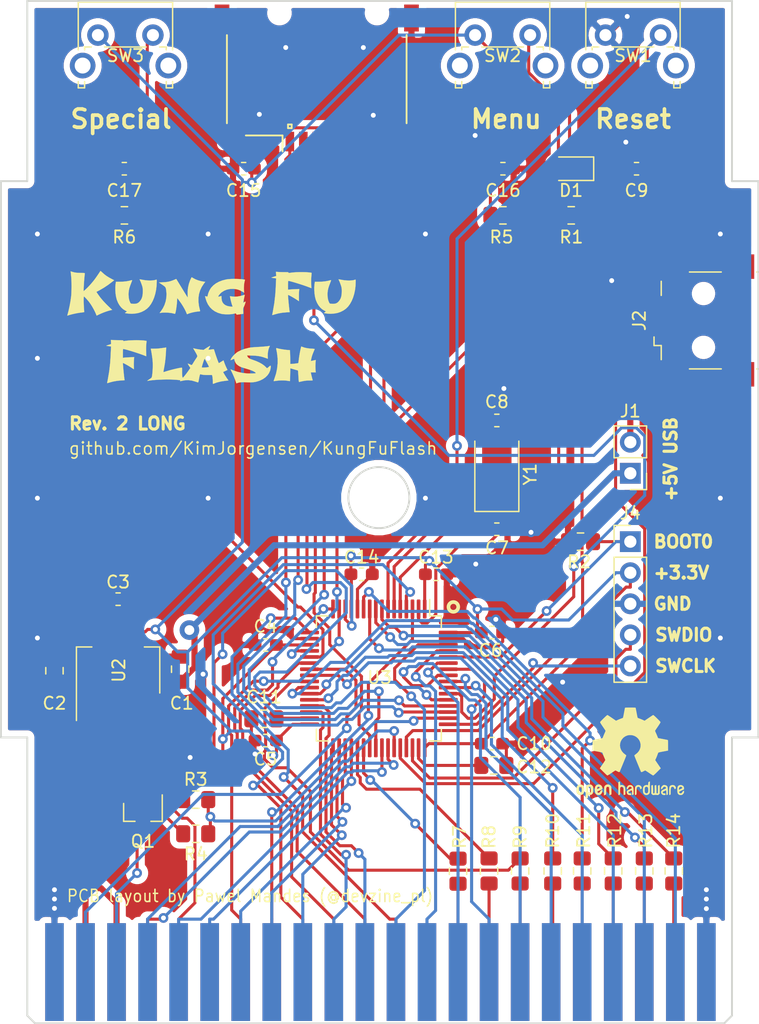
<source format=kicad_pcb>
(kicad_pcb (version 20171130) (host pcbnew 5.1.9-73d0e3b20d~88~ubuntu20.04.1)
  (title_block (title "Kung Fu Flash") (date 2019-12-15) (rev 1))
  (layers (0 F.Cu signal hide) (31 B.Cu signal hide) (34 B.Paste user hide) (35 F.Paste user) (36 B.SilkS user hide) (37 F.SilkS user) (38 B.Mask user hide) (39 F.Mask user hide) (44 Edge.Cuts user))
  (net 0 "")
  (net 1 GND)
  (net 2 /SD_CK)
  (net 3 +3V3)
  (net 4 /SD_D2)
  (net 5 /SD_D3)
  (net 6 /SD_CMD)
  (net 7 /~IRQ)
  (net 8 /R~W)
  (net 9 /~IO1)
  (net 10 /~GAME)
  (net 11 /~EXROM)
  (net 12 /~IO2)
  (net 13 /~ROML)
  (net 14 /CD7)
  (net 15 /BA)
  (net 16 +5V)
  (net 17 /CD6)
  (net 18 /CD5)
  (net 19 /CD4)
  (net 20 /CD3)
  (net 21 /CD2)
  (net 22 /CD1)
  (net 23 /CD0)
  (net 24 /A15)
  (net 25 /A14)
  (net 26 /A13)
  (net 27 /A12)
  (net 28 /A11)
  (net 29 /A10)
  (net 30 /~ROMH)
  (net 31 /~RESET)
  (net 32 /~NMI)
  (net 33 /PHI2)
  (net 34 /A4)
  (net 35 /A3)
  (net 36 /A2)
  (net 37 /A1)
  (net 38 /A0)
  (net 39 /A7)
  (net 40 /A6)
  (net 41 /A5)
  (net 42 /A8)
  (net 43 /A9)
  (net 44 /D2)
  (net 45 /D3)
  (net 46 /D1)
  (net 47 /D0)
  (net 48 /D4)
  (net 49 /D5)
  (net 50 /D7)
  (net 51 /D6)
  (net 52 "Net-(Q1-Pad1)")
  (net 53 /~RST_O)
  (net 54 /BOOT0)
  (net 55 "Net-(D1-Pad1)")
  (net 56 /~LED)
  (net 57 "Net-(C7-Pad2)")
  (net 58 "Net-(C8-Pad1)")
  (net 59 /~RST)
  (net 60 /MENU)
  (net 61 /SPECIAL)
  (net 62 "Net-(C11-Pad2)")
  (net 63 /SD_D0)
  (net 64 /SD_D1)
  (net 65 /USB_DM)
  (net 66 /USB_DP)
  (net 67 /SWDIO)
  (net 68 "Net-(C12-Pad1)")
  (net 69 /SWCLK)
  (net 70 +5C)
  (net 71 "Net-(R5-Pad1)")
  (net 72 "Net-(R6-Pad1)")
  (module Connector_USB:USB_Mini-B_Wuerth_65100516121_Horizontal (layer F.Cu) (at 126.958 82.378 90)
    (fp_text reference J2 (at 0 -5.25 90) (layer F.SilkS))
    (fp_text value USB_B_Mini)
    (pad "" np_thru_hole circle (at 2.2 0 90) (size 0.9 0.9) (drill 0.9) (layers *.Cu *.Mask))
    (pad "" np_thru_hole circle (at -2.2 0 90) (size 0.9 0.9) (drill 0.9) (layers *.Cu *.Mask))
    (pad 5 smd rect (at 1.6 -2.6 90) (size 0.5 2.5) (layers F.Cu F.Paste F.Mask) (net 1 GND))
    (pad 4 smd rect (at 0.8 -2.6 90) (size 0.5 2.5) (layers F.Cu F.Paste F.Mask))
    (pad 3 smd rect (at 0 -2.6 90) (size 0.5 2.5) (layers F.Cu F.Paste F.Mask) (net 66 /USB_DP))
    (pad 2 smd rect (at -0.8 -2.6 90) (size 0.5 2.5) (layers F.Cu F.Paste F.Mask) (net 65 /USB_DM))
    (pad 1 smd rect (at -1.6 -2.6 90) (size 0.5 2.5) (layers F.Cu F.Paste F.Mask) (net 70 +5C))
    (pad 6 smd rect (at 4.4 -2.6 90) (size 2 2.5) (layers F.Cu F.Paste F.Mask) (net 1 GND))
    (pad 6 smd rect (at -4.4 -2.6 90) (size 2 2.5) (layers F.Cu F.Paste F.Mask) (net 1 GND))
    (pad 6 smd rect (at 4.4 2.9 90) (size 2 2.5) (layers F.Cu F.Paste F.Mask) (net 1 GND))
    (pad 6 smd rect (at -4.4 2.9 90) (size 2 2.5) (layers F.Cu F.Paste F.Mask) (net 1 GND))
  )
  (module mod:C64-Cart (layer F.Cu) (at 71.3105 139.573)
    (fp_text reference U1 hide)
    (fp_text value C64-Exp-Port hide)
    (pad N smd rect (at 30.48 -3.938274) (size 1.524 8) (layers B.Cu B.Paste B.Mask) (net 43 /A9))
    (pad P smd rect (at 33.02 -3.938274) (size 1.524 8) (layers B.Cu B.Paste B.Mask) (net 42 /A8))
    (pad T smd rect (at 40.64 -3.938274) (size 1.524 8) (layers B.Cu B.Paste B.Mask) (net 41 /A5))
    (pad S smd rect (at 38.1 -3.938274) (size 1.524 8) (layers B.Cu B.Paste B.Mask) (net 40 /A6))
    (pad R smd rect (at 35.56 -3.938274) (size 1.524 8) (layers B.Cu B.Paste B.Mask) (net 39 /A7))
    (pad Z smd rect (at 55.88 -3.938274) (size 1.524 8) (layers B.Cu B.Paste B.Mask) (net 1 GND))
    (pad Y smd rect (at 53.34 -3.938274) (size 1.524 8) (layers B.Cu B.Paste B.Mask) (net 38 /A0))
    (pad X smd rect (at 50.8 -3.938274) (size 1.524 8) (layers B.Cu B.Paste B.Mask) (net 37 /A1))
    (pad W smd rect (at 48.26 -3.938274) (size 1.524 8) (layers B.Cu B.Paste B.Mask) (net 36 /A2))
    (pad V smd rect (at 45.72 -3.938274) (size 1.524 8) (layers B.Cu B.Paste B.Mask) (net 35 /A3))
    (pad U smd rect (at 43.18 -3.938274) (size 1.524 8) (layers B.Cu B.Paste B.Mask) (net 34 /A4))
    (pad A smd rect (at 2.54 -3.938274) (size 1.524 8) (layers B.Cu B.Paste B.Mask) (net 1 GND))
    (pad E smd rect (at 12.7 -3.938274) (size 1.524 8) (layers B.Cu B.Paste B.Mask) (net 33 /PHI2))
    (pad D smd rect (at 10.16 -3.938274) (size 1.524 8) (layers B.Cu B.Paste B.Mask) (net 32 /~NMI))
    (pad C smd rect (at 7.62 -3.938274) (size 1.524 8) (layers B.Cu B.Paste B.Mask) (net 31 /~RESET))
    (pad B smd rect (at 5.08 -3.938274) (size 1.524 8) (layers B.Cu B.Paste B.Mask) (net 30 /~ROMH))
    (pad M smd rect (at 27.94 -3.938274) (size 1.524 8) (layers B.Cu B.Paste B.Mask) (net 29 /A10))
    (pad L smd rect (at 25.4 -3.938274) (size 1.524 8) (layers B.Cu B.Paste B.Mask) (net 28 /A11))
    (pad K smd rect (at 22.86 -3.938274) (size 1.524 8) (layers B.Cu B.Paste B.Mask) (net 27 /A12))
    (pad J smd rect (at 20.32 -3.938274) (size 1.524 8) (layers B.Cu B.Paste B.Mask) (net 26 /A13))
    (pad H smd rect (at 17.78 -3.938274) (size 1.524 8) (layers B.Cu B.Paste B.Mask) (net 25 /A14))
    (pad F smd rect (at 15.24 -3.938274) (size 1.524 8) (layers B.Cu B.Paste B.Mask) (net 24 /A15))
    (pad 22 smd rect (at 55.88 -3.938274 180) (size 1.524 8) (layers F.Cu F.Paste F.Mask) (net 1 GND))
    (pad 21 smd rect (at 53.34 -3.938274 180) (size 1.524 8) (layers F.Cu F.Paste F.Mask) (net 23 /CD0))
    (pad 20 smd rect (at 50.8 -3.938274 180) (size 1.524 8) (layers F.Cu F.Paste F.Mask) (net 22 /CD1))
    (pad 19 smd rect (at 48.26 -3.938274 180) (size 1.524 8) (layers F.Cu F.Paste F.Mask) (net 21 /CD2))
    (pad 18 smd rect (at 45.72 -3.938274 180) (size 1.524 8) (layers F.Cu F.Paste F.Mask) (net 20 /CD3))
    (pad 17 smd rect (at 43.18 -3.938274 180) (size 1.524 8) (layers F.Cu F.Paste F.Mask) (net 19 /CD4))
    (pad 16 smd rect (at 40.64 -3.938274 180) (size 1.524 8) (layers F.Cu F.Paste F.Mask) (net 18 /CD5))
    (pad 15 smd rect (at 38.1 -3.938274 180) (size 1.524 8) (layers F.Cu F.Paste F.Mask) (net 17 /CD6))
    (pad 3 smd rect (at 7.62 -3.938274 180) (size 1.524 8) (layers F.Cu F.Paste F.Mask) (net 16 +5V))
    (pad 2 smd rect (at 5.08 -3.938274 180) (size 1.524 8) (layers F.Cu F.Paste F.Mask) (net 16 +5V))
    (pad 12 smd rect (at 30.48 -3.938274 180) (size 1.524 8) (layers F.Cu F.Paste F.Mask) (net 15 /BA))
    (pad 14 smd rect (at 35.56 -3.938274 180) (size 1.524 8) (layers F.Cu F.Paste F.Mask) (net 14 /CD7))
    (pad 13 smd rect (at 33.02 -3.938274 180) (size 1.524 8) (layers F.Cu F.Paste F.Mask))
    (pad 11 smd rect (at 27.94 -3.938274 180) (size 1.524 8) (layers F.Cu F.Paste F.Mask) (net 13 /~ROML))
    (pad 10 smd rect (at 25.4 -3.938274 180) (size 1.524 8) (layers F.Cu F.Paste F.Mask) (net 12 /~IO2))
    (pad 9 smd rect (at 22.86 -3.938274 180) (size 1.524 8) (layers F.Cu F.Paste F.Mask) (net 11 /~EXROM))
    (pad 8 smd rect (at 20.32 -3.938274 180) (size 1.524 8) (layers F.Cu F.Paste F.Mask) (net 10 /~GAME))
    (pad 7 smd rect (at 17.78 -3.938274 180) (size 1.524 8) (layers F.Cu F.Paste F.Mask) (net 9 /~IO1))
    (pad 6 smd rect (at 15.24 -3.938274 180) (size 1.524 8) (layers F.Cu F.Paste F.Mask))
    (pad 5 smd rect (at 12.7 -3.938274 180) (size 1.524 8) (layers F.Cu F.Paste F.Mask) (net 8 /R~W))
    (pad 4 smd rect (at 10.16 -3.938274 180) (size 1.524 8) (layers F.Cu F.Paste F.Mask) (net 7 /~IRQ))
    (pad 1 smd rect (at 2.54 -3.938274 180) (size 1.524 8) (layers F.Cu F.Paste F.Mask) (net 1 GND))
  )
  (module Capacitor_SMD:C_0805_2012Metric_Pad1.15x1.40mm_HandSolder (layer F.Cu) (at 109.8 118.745)
    (fp_text reference C12 (at 3.293 0.127 180) (layer F.SilkS))
    (fp_text value 2.2u)
    (pad 2 smd roundrect (at 1.025 0) (size 1.15 1.4) (layers F.Cu F.Paste F.Mask) (roundrect_rratio 0.217391) (net 1 GND))
    (pad 1 smd roundrect (at -1.025 0) (size 1.15 1.4) (layers F.Cu F.Paste F.Mask) (roundrect_rratio 0.217391) (net 68 "Net-(C12-Pad1)"))
  )
  (module Button_Switch_THT:SW_Tactile_SPST_Angled_PTS645Vx83-2LFS (layer F.Cu) (at 77.4065 59.055)
    (fp_text reference SW3 (at 2.25 1.68) (layer F.SilkS))
    (fp_text value Special)
    (pad "" thru_hole circle (at -1.25 2.49) (size 2.1 2.1) (drill 1.3) (layers *.Cu *.Mask))
    (pad 1 thru_hole circle (at 0 0) (size 1.75 1.75) (drill 0.99) (layers *.Cu *.Mask) (net 3 +3V3))
    (pad 2 thru_hole circle (at 4.5 0) (size 1.75 1.75) (drill 0.99) (layers *.Cu *.Mask) (net 72 "Net-(R6-Pad1)"))
    (pad "" thru_hole circle (at 5.76 2.49) (size 2.1 2.1) (drill 1.3) (layers *.Cu *.Mask))
  )
  (module Button_Switch_THT:SW_Tactile_SPST_Angled_PTS645Vx83-2LFS (layer F.Cu) (at 108.268 59.055)
    (fp_text reference SW2 (at 2.25 1.68) (layer F.SilkS))
    (fp_text value Menu)
    (pad "" thru_hole circle (at -1.25 2.49) (size 2.1 2.1) (drill 1.3) (layers *.Cu *.Mask))
    (pad 1 thru_hole circle (at 0 0) (size 1.75 1.75) (drill 0.99) (layers *.Cu *.Mask) (net 3 +3V3))
    (pad 2 thru_hole circle (at 4.5 0) (size 1.75 1.75) (drill 0.99) (layers *.Cu *.Mask) (net 71 "Net-(R5-Pad1)"))
    (pad "" thru_hole circle (at 5.76 2.49) (size 2.1 2.1) (drill 1.3) (layers *.Cu *.Mask))
  )
  (module Button_Switch_THT:SW_Tactile_SPST_Angled_PTS645Vx83-2LFS (layer F.Cu) (at 118.936 59.055)
    (fp_text reference SW1 (at 2.25 1.68) (layer F.SilkS))
    (fp_text value Reset)
    (pad "" thru_hole circle (at -1.25 2.49) (size 2.1 2.1) (drill 1.3) (layers *.Cu *.Mask))
    (pad 1 thru_hole circle (at 0 0) (size 1.75 1.75) (drill 0.99) (layers *.Cu *.Mask) (net 1 GND))
    (pad 2 thru_hole circle (at 4.5 0) (size 1.75 1.75) (drill 0.99) (layers *.Cu *.Mask) (net 59 /~RST))
    (pad "" thru_hole circle (at 5.76 2.49) (size 2.1 2.1) (drill 1.3) (layers *.Cu *.Mask))
  )
  (module Resistor_SMD:R_0805_2012Metric_Pad1.15x1.40mm_HandSolder (layer F.Cu) (at 124.524 127.372 270)
    (fp_text reference R14 (at -3.293 0.0005 90) (layer F.SilkS))
    (fp_text value 100R)
    (pad 2 smd roundrect (at 1.025 0 270) (size 1.15 1.4) (layers F.Cu F.Paste F.Mask) (roundrect_rratio 0.217391) (net 23 /CD0))
    (pad 1 smd roundrect (at -1.025 0 270) (size 1.15 1.4) (layers F.Cu F.Paste F.Mask) (roundrect_rratio 0.217391) (net 47 /D0))
  )
  (module Resistor_SMD:R_0805_2012Metric_Pad1.15x1.40mm_HandSolder (layer F.Cu) (at 122.11 127.372 270)
    (fp_text reference R13 (at -3.293 -0.1275 90) (layer F.SilkS))
    (fp_text value 100R)
    (pad 2 smd roundrect (at 1.025 0 270) (size 1.15 1.4) (layers F.Cu F.Paste F.Mask) (roundrect_rratio 0.217391) (net 22 /CD1))
    (pad 1 smd roundrect (at -1.025 0 270) (size 1.15 1.4) (layers F.Cu F.Paste F.Mask) (roundrect_rratio 0.217391) (net 46 /D1))
  )
  (module Resistor_SMD:R_0805_2012Metric_Pad1.15x1.40mm_HandSolder (layer F.Cu) (at 119.57 127.372 270)
    (fp_text reference R12 (at -3.293 -0.1275 90) (layer F.SilkS))
    (fp_text value 100R)
    (pad 2 smd roundrect (at 1.025 0 270) (size 1.15 1.4) (layers F.Cu F.Paste F.Mask) (roundrect_rratio 0.217391) (net 21 /CD2))
    (pad 1 smd roundrect (at -1.025 0 270) (size 1.15 1.4) (layers F.Cu F.Paste F.Mask) (roundrect_rratio 0.217391) (net 44 /D2))
  )
  (module Resistor_SMD:R_0805_2012Metric_Pad1.15x1.40mm_HandSolder (layer F.Cu) (at 117.03 127.372 270)
    (fp_text reference R11 (at -3.293 -0.1275 90) (layer F.SilkS))
    (fp_text value 100R)
    (pad 2 smd roundrect (at 1.025 0 270) (size 1.15 1.4) (layers F.Cu F.Paste F.Mask) (roundrect_rratio 0.217391) (net 20 /CD3))
    (pad 1 smd roundrect (at -1.025 0 270) (size 1.15 1.4) (layers F.Cu F.Paste F.Mask) (roundrect_rratio 0.217391) (net 45 /D3))
  )
  (module Resistor_SMD:R_0805_2012Metric_Pad1.15x1.40mm_HandSolder (layer F.Cu) (at 114.618 127.372 270)
    (fp_text reference R10 (at -3.293 0 90) (layer F.SilkS))
    (fp_text value 100R)
    (pad 2 smd roundrect (at 1.025 0 270) (size 1.15 1.4) (layers F.Cu F.Paste F.Mask) (roundrect_rratio 0.217391) (net 19 /CD4))
    (pad 1 smd roundrect (at -1.025 0 270) (size 1.15 1.4) (layers F.Cu F.Paste F.Mask) (roundrect_rratio 0.217391) (net 48 /D4))
  )
  (module Resistor_SMD:R_0805_2012Metric_Pad1.15x1.40mm_HandSolder (layer F.Cu) (at 111.95 127.372 270)
    (fp_text reference R9 (at -2.785 0 90) (layer F.SilkS))
    (fp_text value 100R)
    (pad 2 smd roundrect (at 1.025 0 270) (size 1.15 1.4) (layers F.Cu F.Paste F.Mask) (roundrect_rratio 0.217391) (net 18 /CD5))
    (pad 1 smd roundrect (at -1.025 0 270) (size 1.15 1.4) (layers F.Cu F.Paste F.Mask) (roundrect_rratio 0.217391) (net 49 /D5))
  )
  (module Resistor_SMD:R_0805_2012Metric_Pad1.15x1.40mm_HandSolder (layer F.Cu) (at 109.41 127.372 270)
    (fp_text reference R8 (at -2.785 0 90) (layer F.SilkS))
    (fp_text value 100R)
    (pad 2 smd roundrect (at 1.025 0 270) (size 1.15 1.4) (layers F.Cu F.Paste F.Mask) (roundrect_rratio 0.217391) (net 17 /CD6))
    (pad 1 smd roundrect (at -1.025 0 270) (size 1.15 1.4) (layers F.Cu F.Paste F.Mask) (roundrect_rratio 0.217391) (net 51 /D6))
  )
  (module Resistor_SMD:R_0805_2012Metric_Pad1.15x1.40mm_HandSolder (layer F.Cu) (at 106.87 127.39 270)
    (fp_text reference R7 (at -2.803 -0.1275 90) (layer F.SilkS))
    (fp_text value 100R)
    (pad 2 smd roundrect (at 1.025 0 270) (size 1.15 1.4) (layers F.Cu F.Paste F.Mask) (roundrect_rratio 0.217391) (net 14 /CD7))
    (pad 1 smd roundrect (at -1.025 0 270) (size 1.15 1.4) (layers F.Cu F.Paste F.Mask) (roundrect_rratio 0.217391) (net 50 /D7))
  )
  (module mod:Kung_Fu_Flash_Logo (layer F.Cu) (at 86.6775 82.931)
    (fp_text reference G*** hide)
    (fp_text value LOGO hide)
  )
  (module Package_QFP:LQFP-64_10x10mm_P0.5mm (layer F.Cu) (at 100.394 111.633 270)
    (fp_text reference U3 (at -0.0635 -0.0635) (layer F.SilkS))
    (fp_text value STM32F405RGTx)
    (pad 64 smd roundrect (at -3.75 -5.675 270) (size 0.3 1.55) (layers F.Cu F.Paste F.Mask) (net 3 +3V3))
    (pad 63 smd roundrect (at -3.25 -5.675 270) (size 0.3 1.55) (layers F.Cu F.Paste F.Mask) (net 1 GND))
    (pad 62 smd roundrect (at -2.75 -5.675 270) (size 0.3 1.55) (layers F.Cu F.Paste F.Mask) (net 43 /A9))
    (pad 61 smd roundrect (at -2.25 -5.675 270) (size 0.3 1.55) (layers F.Cu F.Paste F.Mask) (net 42 /A8))
    (pad 60 smd roundrect (at -1.75 -5.675 270) (size 0.3 1.55) (layers F.Cu F.Paste F.Mask) (net 54 /BOOT0))
    (pad 59 smd roundrect (at -1.25 -5.675 270) (size 0.3 1.55) (layers F.Cu F.Paste F.Mask) (net 39 /A7))
    (pad 58 smd roundrect (at -0.75 -5.675 270) (size 0.3 1.55) (layers F.Cu F.Paste F.Mask) (net 40 /A6))
    (pad 57 smd roundrect (at -0.25 -5.675 270) (size 0.3 1.55) (layers F.Cu F.Paste F.Mask) (net 41 /A5))
    (pad 56 smd roundrect (at 0.25 -5.675 270) (size 0.3 1.55) (layers F.Cu F.Paste F.Mask) (net 34 /A4))
    (pad 55 smd roundrect (at 0.75 -5.675 270) (size 0.3 1.55) (layers F.Cu F.Paste F.Mask) (net 35 /A3))
    (pad 54 smd roundrect (at 1.25 -5.675 270) (size 0.3 1.55) (layers F.Cu F.Paste F.Mask) (net 6 /SD_CMD))
    (pad 53 smd roundrect (at 1.75 -5.675 270) (size 0.3 1.55) (layers F.Cu F.Paste F.Mask) (net 2 /SD_CK))
    (pad 52 smd roundrect (at 2.25 -5.675 270) (size 0.3 1.55) (layers F.Cu F.Paste F.Mask) (net 5 /SD_D3))
    (pad 51 smd roundrect (at 2.75 -5.675 270) (size 0.3 1.55) (layers F.Cu F.Paste F.Mask) (net 4 /SD_D2))
    (pad 50 smd roundrect (at 3.25 -5.675 270) (size 0.3 1.55) (layers F.Cu F.Paste F.Mask) (net 53 /~RST_O))
    (pad 49 smd roundrect (at 3.75 -5.675 270) (size 0.3 1.55) (layers F.Cu F.Paste F.Mask) (net 69 /SWCLK))
    (pad 48 smd roundrect (at 5.675 -3.75 270) (size 1.55 0.3) (layers F.Cu F.Paste F.Mask) (net 3 +3V3))
    (pad 47 smd roundrect (at 5.675 -3.25 270) (size 1.55 0.3) (layers F.Cu F.Paste F.Mask) (net 68 "Net-(C12-Pad1)"))
    (pad 46 smd roundrect (at 5.675 -2.75 270) (size 1.55 0.3) (layers F.Cu F.Paste F.Mask) (net 67 /SWDIO))
    (pad 45 smd roundrect (at 5.675 -2.25 270) (size 1.55 0.3) (layers F.Cu F.Paste F.Mask) (net 66 /USB_DP))
    (pad 44 smd roundrect (at 5.675 -1.75 270) (size 1.55 0.3) (layers F.Cu F.Paste F.Mask) (net 65 /USB_DM))
    (pad 43 smd roundrect (at 5.675 -1.25 270) (size 1.55 0.3) (layers F.Cu F.Paste F.Mask) (net 32 /~NMI))
    (pad 42 smd roundrect (at 5.675 -0.75 270) (size 1.55 0.3) (layers F.Cu F.Paste F.Mask) (net 7 /~IRQ))
    (pad 41 smd roundrect (at 5.675 -0.25 270) (size 1.55 0.3) (layers F.Cu F.Paste F.Mask) (net 33 /PHI2))
    (pad 40 smd roundrect (at 5.675 0.25 270) (size 1.55 0.3) (layers F.Cu F.Paste F.Mask) (net 64 /SD_D1))
    (pad 39 smd roundrect (at 5.675 0.75 270) (size 1.55 0.3) (layers F.Cu F.Paste F.Mask) (net 63 /SD_D0))
    (pad 38 smd roundrect (at 5.675 1.25 270) (size 1.55 0.3) (layers F.Cu F.Paste F.Mask) (net 50 /D7))
    (pad 37 smd roundrect (at 5.675 1.75 270) (size 1.55 0.3) (layers F.Cu F.Paste F.Mask) (net 51 /D6))
    (pad 36 smd roundrect (at 5.675 2.25 270) (size 1.55 0.3) (layers F.Cu F.Paste F.Mask) (net 24 /A15))
    (pad 35 smd roundrect (at 5.675 2.75 270) (size 1.55 0.3) (layers F.Cu F.Paste F.Mask) (net 25 /A14))
    (pad 34 smd roundrect (at 5.675 3.25 270) (size 1.55 0.3) (layers F.Cu F.Paste F.Mask) (net 26 /A13))
    (pad 33 smd roundrect (at 5.675 3.75 270) (size 1.55 0.3) (layers F.Cu F.Paste F.Mask) (net 27 /A12))
    (pad 32 smd roundrect (at 3.75 5.675 270) (size 0.3 1.55) (layers F.Cu F.Paste F.Mask) (net 3 +3V3))
    (pad 31 smd roundrect (at 3.25 5.675 270) (size 0.3 1.55) (layers F.Cu F.Paste F.Mask) (net 62 "Net-(C11-Pad2)"))
    (pad 30 smd roundrect (at 2.75 5.675 270) (size 0.3 1.55) (layers F.Cu F.Paste F.Mask) (net 28 /A11))
    (pad 29 smd roundrect (at 2.25 5.675 270) (size 0.3 1.55) (layers F.Cu F.Paste F.Mask) (net 29 /A10))
    (pad 28 smd roundrect (at 1.75 5.675 270) (size 0.3 1.55) (layers F.Cu F.Paste F.Mask) (net 36 /A2))
    (pad 27 smd roundrect (at 1.25 5.675 270) (size 0.3 1.55) (layers F.Cu F.Paste F.Mask) (net 37 /A1))
    (pad 26 smd roundrect (at 0.75 5.675 270) (size 0.3 1.55) (layers F.Cu F.Paste F.Mask) (net 38 /A0))
    (pad 25 smd roundrect (at 0.25 5.675 270) (size 0.3 1.55) (layers F.Cu F.Paste F.Mask) (net 49 /D5))
    (pad 24 smd roundrect (at -0.25 5.675 270) (size 0.3 1.55) (layers F.Cu F.Paste F.Mask) (net 48 /D4))
    (pad 23 smd roundrect (at -0.75 5.675 270) (size 0.3 1.55) (layers F.Cu F.Paste F.Mask) (net 30 /~ROMH))
    (pad 22 smd roundrect (at -1.25 5.675 270) (size 0.3 1.55) (layers F.Cu F.Paste F.Mask) (net 13 /~ROML))
    (pad 21 smd roundrect (at -1.75 5.675 270) (size 0.3 1.55) (layers F.Cu F.Paste F.Mask) (net 61 /SPECIAL))
    (pad 20 smd roundrect (at -2.25 5.675 270) (size 0.3 1.55) (layers F.Cu F.Paste F.Mask) (net 60 /MENU))
    (pad 19 smd roundrect (at -2.75 5.675 270) (size 0.3 1.55) (layers F.Cu F.Paste F.Mask) (net 3 +3V3))
    (pad 18 smd roundrect (at -3.25 5.675 270) (size 0.3 1.55) (layers F.Cu F.Paste F.Mask) (net 1 GND))
    (pad 17 smd roundrect (at -3.75 5.675 270) (size 0.3 1.55) (layers F.Cu F.Paste F.Mask) (net 15 /BA))
    (pad 16 smd roundrect (at -5.675 3.75 270) (size 1.55 0.3) (layers F.Cu F.Paste F.Mask) (net 12 /~IO2))
    (pad 15 smd roundrect (at -5.675 3.25 270) (size 1.55 0.3) (layers F.Cu F.Paste F.Mask) (net 9 /~IO1))
    (pad 14 smd roundrect (at -5.675 2.75 270) (size 1.55 0.3) (layers F.Cu F.Paste F.Mask) (net 8 /R~W))
    (pad 13 smd roundrect (at -5.675 2.25 270) (size 1.55 0.3) (layers F.Cu F.Paste F.Mask) (net 3 +3V3))
    (pad 12 smd roundrect (at -5.675 1.75 270) (size 1.55 0.3) (layers F.Cu F.Paste F.Mask) (net 1 GND))
    (pad 11 smd roundrect (at -5.675 1.25 270) (size 1.55 0.3) (layers F.Cu F.Paste F.Mask) (net 45 /D3))
    (pad 10 smd roundrect (at -5.675 0.75 270) (size 1.55 0.3) (layers F.Cu F.Paste F.Mask) (net 44 /D2))
    (pad 9 smd roundrect (at -5.675 0.25 270) (size 1.55 0.3) (layers F.Cu F.Paste F.Mask) (net 46 /D1))
    (pad 8 smd roundrect (at -5.675 -0.25 270) (size 1.55 0.3) (layers F.Cu F.Paste F.Mask) (net 47 /D0))
    (pad 7 smd roundrect (at -5.675 -0.75 270) (size 1.55 0.3) (layers F.Cu F.Paste F.Mask) (net 59 /~RST))
    (pad 6 smd roundrect (at -5.675 -1.25 270) (size 1.55 0.3) (layers F.Cu F.Paste F.Mask) (net 58 "Net-(C8-Pad1)"))
    (pad 5 smd roundrect (at -5.675 -1.75 270) (size 1.55 0.3) (layers F.Cu F.Paste F.Mask) (net 57 "Net-(C7-Pad2)"))
    (pad 4 smd roundrect (at -5.675 -2.25 270) (size 1.55 0.3) (layers F.Cu F.Paste F.Mask) (net 11 /~EXROM))
    (pad 3 smd roundrect (at -5.675 -2.75 270) (size 1.55 0.3) (layers F.Cu F.Paste F.Mask) (net 10 /~GAME))
    (pad 2 smd roundrect (at -5.675 -3.25 270) (size 1.55 0.3) (layers F.Cu F.Paste F.Mask) (net 56 /~LED))
    (pad 1 smd roundrect (at -5.675 -3.75 270) (size 1.55 0.3) (layers F.Cu F.Paste F.Mask) (net 3 +3V3))
  )
  (module mod:Conn_uSDcard (layer F.Cu) (at 95.3105 57.258 180)
    (fp_text reference XS1)
    (fp_text value uSD_push_push)
    (pad 3 smd rect (at 0 -10.5 180) (size 0.7 1.6) (layers F.Cu F.Paste F.Mask) (net 6 /SD_CMD))
    (pad "" np_thru_hole circle (at -4.93 0 180) (size 1 1) (drill 1) (layers *.Cu))
    (pad "" np_thru_hole circle (at 3.05 0 180) (size 1 1) (drill 1) (layers *.Cu))
    (pad 2 smd rect (at 1.1 -10.5 180) (size 0.7 1.6) (layers F.Cu F.Paste F.Mask) (net 5 /SD_D3))
    (pad 1 smd rect (at 2.2 -10.5 180) (size 0.7 1.6) (layers F.Cu F.Paste F.Mask) (net 4 /SD_D2))
    (pad 4 smd rect (at -1.1 -10.5 180) (size 0.7 1.6) (layers F.Cu F.Paste F.Mask) (net 3 +3V3))
    (pad 5 smd rect (at -2.2 -10.5 180) (size 0.7 1.6) (layers F.Cu F.Paste F.Mask) (net 2 /SD_CK))
    (pad 6 smd rect (at -3.3 -10.5 180) (size 0.7 1.6) (layers F.Cu F.Paste F.Mask) (net 1 GND))
    (pad 8 smd rect (at -5.5 -10.5 180) (size 0.7 1.6) (layers F.Cu F.Paste F.Mask) (net 64 /SD_D1))
    (pad 7 smd rect (at -4.4 -10.5 180) (size 0.7 1.6) (layers F.Cu F.Paste F.Mask) (net 63 /SD_D0))
    (pad 9 smd rect (at -6.6 -10.5 180) (size 0.7 1.6) (layers F.Cu F.Paste F.Mask))
    (pad 6 smd rect (at -7.75 -10 180) (size 1.2 1.4) (layers F.Cu F.Paste F.Mask) (net 1 GND))
    (pad 6 smd rect (at 6.85 -10 180) (size 1.6 1.4) (layers F.Cu F.Paste F.Mask) (net 1 GND))
    (pad 6 smd rect (at -7.75 -0.4 180) (size 1.2 2.2) (layers F.Cu F.Paste F.Mask) (net 1 GND))
    (pad 6 smd rect (at 7.75 -0.4 180) (size 1.2 2.2) (layers F.Cu F.Paste F.Mask) (net 1 GND))
  )
  (module Crystal:Crystal_SMD_5032-2Pin_5.0x3.2mm (layer F.Cu) (at 110.046 94.9415 90)
    (fp_text reference Y1 (at 0 2.7305 90) (layer F.SilkS))
    (fp_text value 8MHz)
    (pad 2 smd rect (at 1.85 0 90) (size 2 2.4) (layers F.Cu F.Paste F.Mask) (net 58 "Net-(C8-Pad1)"))
    (pad 1 smd rect (at -1.85 0 90) (size 2 2.4) (layers F.Cu F.Paste F.Mask) (net 57 "Net-(C7-Pad2)"))
  )
  (module Capacitor_SMD:C_0603_1608Metric_Pad1.05x0.95mm_HandSolder (layer F.Cu) (at 79.5655 69.977)
    (fp_text reference C17 (at 0 1.778) (layer F.SilkS))
    (fp_text value 100n)
    (pad 2 smd roundrect (at 0.875 0) (size 1.05 0.95) (layers F.Cu F.Paste F.Mask) (net 1 GND))
    (pad 1 smd roundrect (at -0.875 0) (size 1.05 0.95) (layers F.Cu F.Paste F.Mask) (net 61 /SPECIAL))
  )
  (module Capacitor_SMD:C_0603_1608Metric_Pad1.05x0.95mm_HandSolder (layer F.Cu) (at 110.544 69.977)
    (fp_text reference C16 (at 0.009 1.778) (layer F.SilkS))
    (fp_text value 100n)
    (pad 2 smd roundrect (at 0.875 0) (size 1.05 0.95) (layers F.Cu F.Paste F.Mask) (net 1 GND))
    (pad 1 smd roundrect (at -0.875 0) (size 1.05 0.95) (layers F.Cu F.Paste F.Mask) (net 60 /MENU))
  )
  (module Capacitor_SMD:C_0603_1608Metric_Pad1.05x0.95mm_HandSolder (layer F.Cu) (at 89.3305 69.977 180)
    (fp_text reference C15 (at 0 -1.778 180) (layer F.SilkS))
    (fp_text value 100n)
    (pad 2 smd roundrect (at 0.875 0 180) (size 1.05 0.95) (layers F.Cu F.Paste F.Mask) (net 1 GND))
    (pad 1 smd roundrect (at -0.875 0 180) (size 1.05 0.95) (layers F.Cu F.Paste F.Mask) (net 3 +3V3))
  )
  (module Capacitor_SMD:C_0603_1608Metric_Pad1.05x0.95mm_HandSolder (layer F.Cu) (at 79.0575 105.156 180)
    (fp_text reference C3 (at 0 1.397 180) (layer F.SilkS))
    (fp_text value 100n)
    (pad 2 smd roundrect (at 0.875 0 180) (size 1.05 0.95) (layers F.Cu F.Paste F.Mask) (net 1 GND))
    (pad 1 smd roundrect (at -0.875 0 180) (size 1.05 0.95) (layers F.Cu F.Paste F.Mask) (net 3 +3V3))
  )
  (module Capacitor_SMD:C_0603_1608Metric_Pad1.05x0.95mm_HandSolder (layer F.Cu) (at 91.1365 108.902 180)
    (fp_text reference C4 (at 0.014 1.524 180) (layer F.SilkS))
    (fp_text value 100n)
    (pad 2 smd roundrect (at 0.875 0 180) (size 1.05 0.95) (layers F.Cu F.Paste F.Mask) (net 1 GND))
    (pad 1 smd roundrect (at -0.875 0 180) (size 1.05 0.95) (layers F.Cu F.Paste F.Mask) (net 3 +3V3))
  )
  (module Capacitor_SMD:C_0603_1608Metric_Pad1.05x0.95mm_HandSolder (layer F.Cu) (at 91.1365 116.713 180)
    (fp_text reference C5 (at 0.014 -1.524 180) (layer F.SilkS))
    (fp_text value 100n)
    (pad 2 smd roundrect (at 0.875 0 180) (size 1.05 0.95) (layers F.Cu F.Paste F.Mask) (net 1 GND))
    (pad 1 smd roundrect (at -0.875 0 180) (size 1.05 0.95) (layers F.Cu F.Paste F.Mask) (net 3 +3V3))
  )
  (module Capacitor_SMD:C_0603_1608Metric_Pad1.05x0.95mm_HandSolder (layer F.Cu) (at 109.65 107.886)
    (fp_text reference C6 (at -0.113 1.4605) (layer F.SilkS))
    (fp_text value 100n)
    (pad 2 smd roundrect (at 0.875 0) (size 1.05 0.95) (layers F.Cu F.Paste F.Mask) (net 1 GND))
    (pad 1 smd roundrect (at -0.875 0) (size 1.05 0.95) (layers F.Cu F.Paste F.Mask) (net 3 +3V3))
  )
  (module Capacitor_SMD:C_0603_1608Metric_Pad1.05x0.95mm_HandSolder (layer F.Cu) (at 110.046 99.441 180)
    (fp_text reference C7 (at -0.0145 -1.524) (layer F.SilkS))
    (fp_text value 20p)
    (pad 2 smd roundrect (at 0.875 0 180) (size 1.05 0.95) (layers F.Cu F.Paste F.Mask) (net 57 "Net-(C7-Pad2)"))
    (pad 1 smd roundrect (at -0.875 0 180) (size 1.05 0.95) (layers F.Cu F.Paste F.Mask) (net 1 GND))
  )
  (module Capacitor_SMD:C_0603_1608Metric_Pad1.05x0.95mm_HandSolder (layer F.Cu) (at 110.046 90.551)
    (fp_text reference C8 (at 0 -1.524) (layer F.SilkS))
    (fp_text value 20p)
    (pad 2 smd roundrect (at 0.875 0) (size 1.05 0.95) (layers F.Cu F.Paste F.Mask) (net 1 GND))
    (pad 1 smd roundrect (at -0.875 0) (size 1.05 0.95) (layers F.Cu F.Paste F.Mask) (net 58 "Net-(C8-Pad1)"))
  )
  (module Capacitor_SMD:C_0603_1608Metric_Pad1.05x0.95mm_HandSolder (layer F.Cu) (at 121.476 69.977 180)
    (fp_text reference C9 (at 0 -1.778 180) (layer F.SilkS))
    (fp_text value 100n)
    (pad 2 smd roundrect (at 0.875 0 180) (size 1.05 0.95) (layers F.Cu F.Paste F.Mask) (net 1 GND))
    (pad 1 smd roundrect (at -0.875 0 180) (size 1.05 0.95) (layers F.Cu F.Paste F.Mask) (net 59 /~RST))
  )
  (module Capacitor_SMD:C_0603_1608Metric_Pad1.05x0.95mm_HandSolder (layer F.Cu) (at 109.65 116.967)
    (fp_text reference C10 (at 3.443 0) (layer F.SilkS))
    (fp_text value 100n)
    (pad 2 smd roundrect (at 0.875 0) (size 1.05 0.95) (layers F.Cu F.Paste F.Mask) (net 1 GND))
    (pad 1 smd roundrect (at -0.875 0) (size 1.05 0.95) (layers F.Cu F.Paste F.Mask) (net 3 +3V3))
  )
  (module Capacitor_SMD:C_0603_1608Metric_Pad1.05x0.95mm_HandSolder (layer F.Cu) (at 98.9825 103.124)
    (fp_text reference C14 (at 0 -1.397) (layer F.SilkS))
    (fp_text value 100n)
    (pad 2 smd roundrect (at 0.875 0) (size 1.05 0.95) (layers F.Cu F.Paste F.Mask) (net 1 GND))
    (pad 1 smd roundrect (at -0.875 0) (size 1.05 0.95) (layers F.Cu F.Paste F.Mask) (net 3 +3V3))
  )
  (module Capacitor_SMD:C_0603_1608Metric_Pad1.05x0.95mm_HandSolder (layer F.Cu) (at 105.078 103.124)
    (fp_text reference C13 (at -0.014 -1.397) (layer F.SilkS))
    (fp_text value 100n)
    (pad 2 smd roundrect (at 0.875 0) (size 1.05 0.95) (layers F.Cu F.Paste F.Mask) (net 1 GND))
    (pad 1 smd roundrect (at -0.875 0) (size 1.05 0.95) (layers F.Cu F.Paste F.Mask) (net 3 +3V3))
  )
  (module Capacitor_SMD:C_0805_2012Metric_Pad1.15x1.40mm_HandSolder (layer F.Cu) (at 73.8505 111.007 270)
    (fp_text reference C2 (at 2.658 0) (layer F.SilkS))
    (fp_text value 10u)
    (pad 2 smd roundrect (at 1.025 0 270) (size 1.15 1.4) (layers F.Cu F.Paste F.Mask) (roundrect_rratio 0.217391) (net 1 GND))
    (pad 1 smd roundrect (at -1.025 0 270) (size 1.15 1.4) (layers F.Cu F.Paste F.Mask) (roundrect_rratio 0.217391) (net 3 +3V3))
  )
  (module Capacitor_SMD:C_0805_2012Metric_Pad1.15x1.40mm_HandSolder (layer F.Cu) (at 90.9865 114.935)
    (fp_text reference C11 (at 0.009 -1.778) (layer F.SilkS))
    (fp_text value 2.2u)
    (pad 2 smd roundrect (at 1.025 0) (size 1.15 1.4) (layers F.Cu F.Paste F.Mask) (roundrect_rratio 0.217391) (net 62 "Net-(C11-Pad2)"))
    (pad 1 smd roundrect (at -1.025 0) (size 1.15 1.4) (layers F.Cu F.Paste F.Mask) (roundrect_rratio 0.217391) (net 1 GND))
  )
  (module Capacitor_SMD:C_0805_2012Metric_Pad1.15x1.40mm_HandSolder (layer F.Cu) (at 84.1375 110.88 90)
    (fp_text reference C1 (at -2.785 0.127 180) (layer F.SilkS))
    (fp_text value 10u)
    (pad 2 smd roundrect (at 1.025 0 90) (size 1.15 1.4) (layers F.Cu F.Paste F.Mask) (roundrect_rratio 0.217391) (net 1 GND))
    (pad 1 smd roundrect (at -1.025 0 90) (size 1.15 1.4) (layers F.Cu F.Paste F.Mask) (roundrect_rratio 0.217391) (net 16 +5V))
  )
  (module Connector_PinHeader_2.54mm:PinHeader_1x02_P2.54mm_Vertical (layer F.Cu) (at 120.968 94.869 180)
    (fp_text reference J1 (at 0.0005 5.08) (layer F.SilkS))
    (fp_text value "USB Power")
    (pad 2 thru_hole oval (at 0 2.54 180) (size 1.7 1.7) (drill 1) (layers *.Cu *.Mask) (net 70 +5C))
    (pad 1 thru_hole rect (at 0 0 180) (size 1.7 1.7) (drill 1) (layers *.Cu *.Mask) (net 16 +5V))
  )
  (module Connector_PinHeader_2.54mm:PinHeader_1x05_P2.54mm_Vertical (layer F.Cu) (at 120.968 100.457)
    (fp_text reference J4 (at 0 -2.33) (layer F.SilkS))
    (fp_text value SWD)
    (pad 5 thru_hole oval (at 0 10.16) (size 1.7 1.7) (drill 1) (layers *.Cu *.Mask) (net 69 /SWCLK))
    (pad 4 thru_hole oval (at 0 7.62) (size 1.7 1.7) (drill 1) (layers *.Cu *.Mask) (net 67 /SWDIO))
    (pad 3 thru_hole oval (at 0 5.08) (size 1.7 1.7) (drill 1) (layers *.Cu *.Mask) (net 1 GND))
    (pad 2 thru_hole oval (at 0 2.54) (size 1.7 1.7) (drill 1) (layers *.Cu *.Mask) (net 3 +3V3))
    (pad 1 thru_hole rect (at 0 0) (size 1.7 1.7) (drill 1) (layers *.Cu *.Mask) (net 54 /BOOT0))
  )
  (module LED_SMD:LED_0805_2012Metric_Pad1.15x1.40mm_HandSolder (layer F.Cu) (at 116.11 69.977 180)
    (fp_text reference D1 (at -0.0095 -1.778) (layer F.SilkS))
    (fp_text value LED)
    (pad 2 smd roundrect (at 1.025 0 180) (size 1.15 1.4) (layers F.Cu F.Paste F.Mask) (roundrect_rratio 0.217391) (net 3 +3V3))
    (pad 1 smd roundrect (at -1.025 0 180) (size 1.15 1.4) (layers F.Cu F.Paste F.Mask) (roundrect_rratio 0.217391) (net 55 "Net-(D1-Pad1)"))
  )
  (module Package_TO_SOT_SMD:SOT-223-3_TabPin2 (layer F.Cu) (at 79.0575 110.973 90)
    (fp_text reference U2 (at 0 0.0635 90) (layer F.SilkS))
    (fp_text value AMS1117-3.3)
    (pad 1 smd rect (at -3.15 -2.3 90) (size 2 1.5) (layers F.Cu F.Paste F.Mask) (net 1 GND))
    (pad 3 smd rect (at -3.15 2.3 90) (size 2 1.5) (layers F.Cu F.Paste F.Mask) (net 16 +5V))
    (pad 2 smd rect (at -3.15 0 90) (size 2 1.5) (layers F.Cu F.Paste F.Mask) (net 3 +3V3))
    (pad 2 smd rect (at 3.15 0 90) (size 2 3.8) (layers F.Cu F.Paste F.Mask) (net 3 +3V3))
  )
  (module Package_TO_SOT_SMD:SOT-23 (layer F.Cu) (at 81.0895 122.555 270)
    (fp_text reference Q1 (at 2.397 0) (layer F.SilkS))
    (fp_text value BC817)
    (pad 3 smd rect (at 1 0 270) (size 0.9 0.8) (layers F.Cu F.Paste F.Mask) (net 31 /~RESET))
    (pad 2 smd rect (at -1 0.95 270) (size 0.9 0.8) (layers F.Cu F.Paste F.Mask) (net 1 GND))
    (pad 1 smd rect (at -1 -0.95 270) (size 0.9 0.8) (layers F.Cu F.Paste F.Mask) (net 52 "Net-(Q1-Pad1)"))
  )
  (module Resistor_SMD:R_0805_2012Metric_Pad1.15x1.40mm_HandSolder (layer F.Cu) (at 116.132 73.787)
    (fp_text reference R1 (at 0.009 1.778) (layer F.SilkS))
    (fp_text value 510R)
    (pad 2 smd roundrect (at 1.025 0) (size 1.15 1.4) (layers F.Cu F.Paste F.Mask) (roundrect_rratio 0.217391) (net 55 "Net-(D1-Pad1)"))
    (pad 1 smd roundrect (at -1.025 0) (size 1.15 1.4) (layers F.Cu F.Paste F.Mask) (roundrect_rratio 0.217391) (net 56 /~LED))
  )
  (module Resistor_SMD:R_0805_2012Metric_Pad1.15x1.40mm_HandSolder (layer F.Cu) (at 116.894 100.457 180)
    (fp_text reference R2 (at 0.1175 -1.651 180) (layer F.SilkS))
    (fp_text value 10k)
    (pad 2 smd roundrect (at 1.025 0 180) (size 1.15 1.4) (layers F.Cu F.Paste F.Mask) (roundrect_rratio 0.217391) (net 1 GND))
    (pad 1 smd roundrect (at -1.025 0 180) (size 1.15 1.4) (layers F.Cu F.Paste F.Mask) (roundrect_rratio 0.217391) (net 54 /BOOT0))
  )
  (module Resistor_SMD:R_0805_2012Metric_Pad1.15x1.40mm_HandSolder (layer F.Cu) (at 85.4075 121.539)
    (fp_text reference R3 (at 0 -1.65 180) (layer F.SilkS))
    (fp_text value 10k)
    (pad 2 smd roundrect (at 1.025 0) (size 1.15 1.4) (layers F.Cu F.Paste F.Mask) (roundrect_rratio 0.217391) (net 53 /~RST_O))
    (pad 1 smd roundrect (at -1.025 0) (size 1.15 1.4) (layers F.Cu F.Paste F.Mask) (roundrect_rratio 0.217391) (net 3 +3V3))
  )
  (module Resistor_SMD:R_0805_2012Metric_Pad1.15x1.40mm_HandSolder (layer F.Cu) (at 85.4075 124.333)
    (fp_text reference R4 (at 0 1.651) (layer F.SilkS))
    (fp_text value 510R)
    (pad 2 smd roundrect (at 1.025 0) (size 1.15 1.4) (layers F.Cu F.Paste F.Mask) (roundrect_rratio 0.217391) (net 53 /~RST_O))
    (pad 1 smd roundrect (at -1.025 0) (size 1.15 1.4) (layers F.Cu F.Paste F.Mask) (roundrect_rratio 0.217391) (net 52 "Net-(Q1-Pad1)"))
  )
  (module Resistor_SMD:R_0805_2012Metric_Pad1.15x1.40mm_HandSolder (layer F.Cu) (at 110.544 73.787 180)
    (fp_text reference R5 (at 0.1175 -1.778) (layer F.SilkS))
    (fp_text value 510R)
    (pad 2 smd roundrect (at 1.025 0 180) (size 1.15 1.4) (layers F.Cu F.Paste F.Mask) (roundrect_rratio 0.217391) (net 60 /MENU))
    (pad 1 smd roundrect (at -1.025 0 180) (size 1.15 1.4) (layers F.Cu F.Paste F.Mask) (roundrect_rratio 0.217391) (net 71 "Net-(R5-Pad1)"))
  )
  (module Resistor_SMD:R_0805_2012Metric_Pad1.15x1.40mm_HandSolder (layer F.Cu) (at 79.5745 73.787 180)
    (fp_text reference R6 (at 0.009 -1.778 180) (layer F.SilkS))
    (fp_text value 510R)
    (pad 2 smd roundrect (at 1.025 0 180) (size 1.15 1.4) (layers F.Cu F.Paste F.Mask) (roundrect_rratio 0.217391) (net 61 /SPECIAL))
    (pad 1 smd roundrect (at -1.025 0 180) (size 1.15 1.4) (layers F.Cu F.Paste F.Mask) (roundrect_rratio 0.217391) (net 72 "Net-(R6-Pad1)"))
  )
  (module Symbol:OSHW-Logo2_9.8x8mm_SilkScreen (layer F.Cu) (at 120.9675 117.729)
    (fp_text reference REF** hide)
    (fp_text value OSHW-Logo2_9.8x8mm_SilkScreen hide)
  )
  (gr_text "PCB layout by Pawel Mandes (@devzine_pl)" (at 89.8525 129.413) (layer F.SilkS) (effects (font (size 1 0.9) (thickness 0.125))))
  (gr_line (start 72.263 139.827) (end 128.651 139.827) (layer Edge.Cuts) (width 0.15))
  (gr_line (start 71.628 116.459) (end 71.628 139.192) (layer Edge.Cuts) (width 0.15))
  (gr_line (start 129.286 139.192) (end 129.286 116.459) (layer Edge.Cuts) (width 0.15))
  (gr_line (start 72.263 139.827) (end 71.628 139.192) (layer Edge.Cuts) (width 0.15))
  (gr_line (start 129.286 139.192) (end 128.651 139.827) (layer Edge.Cuts) (width 0.15))
  (gr_line (start 71.628 70.993) (end 71.628 56.261) (layer Edge.Cuts) (width 0.15))
  (gr_line (start 69.469 70.993) (end 71.628 70.993) (layer Edge.Cuts) (width 0.15))
  (gr_line (start 69.469 116.459) (end 69.469 70.993) (layer Edge.Cuts) (width 0.15))
  (gr_line (start 71.628 116.459) (end 69.469 116.459) (layer Edge.Cuts) (width 0.15))
  (gr_line (start 131.445 116.459) (end 129.286 116.459) (layer Edge.Cuts) (width 0.15))
  (gr_line (start 131.445 70.993) (end 131.445 116.459) (layer Edge.Cuts) (width 0.15))
  (gr_line (start 129.286 70.993) (end 131.445 70.993) (layer Edge.Cuts) (width 0.15))
  (gr_line (start 129.286 56.261) (end 129.286 70.993) (layer Edge.Cuts) (width 0.15))
  (gr_line (start 71.628 56.261) (end 129.286 56.261) (layer Edge.Cuts) (width 0.15))
  (gr_circle (center 100.3935 96.857769) (end 97.917 96.540269) (layer Edge.Cuts) (width 0.15))
  (gr_circle (center 106.4895 105.791) (end 106.8895 105.791) (layer F.SilkS) (width 0.3))
  (gr_text github.com/KimJorgensen/KungFuFlash (at 90.1065 92.837) (layer F.SilkS) (effects (font (size 1 1) (thickness 0.125))))
  (gr_text "Rev. 2 LONG" (at 79.8195 90.805) (layer F.SilkS) (effects (font (size 1 1) (thickness 0.25))))
  (gr_text Reset (at 117.9195 65.913) (layer F.SilkS) (effects (font (size 1.5 1.5) (thickness 0.3)) (justify left)))
  (gr_text Menu (at 107.7595 65.913) (layer F.SilkS) (effects (font (size 1.5 1.5) (thickness 0.3)) (justify left)))
  (gr_text Special (at 74.9935 65.913) (layer F.SilkS) (effects (font (size 1.5 1.5) (thickness 0.3)) (justify left)))
  (gr_text "+5V USB" (at 124.2695 97.282 90) (layer F.SilkS) (effects (font (size 1 1) (thickness 0.25)) (justify left)))
  (gr_text SWCLK (at 122.8725 110.617) (layer F.SilkS) (effects (font (size 1 1) (thickness 0.25)) (justify left)))
  (gr_text SWDIO (at 122.8725 108.077) (layer F.SilkS) (effects (font (size 1 1) (thickness 0.25)) (justify left)))
  (gr_text GND (at 122.746 105.537) (layer F.SilkS) (effects (font (size 1 1) (thickness 0.25)) (justify left)))
  (gr_text +3.3V (at 122.7455 102.997) (layer F.SilkS) (effects (font (size 1 1) (thickness 0.25)) (justify left)))
  (gr_text BOOT0 (at 122.7455 100.457) (layer F.SilkS) (effects (font (size 1 1) (thickness 0.25)) (justify left)))
  (segment (start 84.9511 118.0944) (end 86.0088 117.0367) (width 0.25) (layer F.Cu) (net 1))
  (segment (start 86.0088 117.0367) (end 86.0088 111.2857) (width 0.25) (layer F.Cu) (net 1))
  (segment (start 83.7462 109.4637) (end 84.1375 109.855) (width 0.25) (layer F.Cu) (net 1))
  (segment (start 120.601 69.977) (end 120.601 67.8035) (width 0.25) (layer F.Cu) (net 1))
  (segment (start 120.601 60.72) (end 118.936 59.055) (width 0.25) (layer F.Cu) (net 1))
  (segment (start 124.358 76.6527) (end 120.601 72.8957) (width 0.25) (layer F.Cu) (net 1))
  (segment (start 120.601 72.8957) (end 120.601 69.977) (width 0.25) (layer F.Cu) (net 1))
  (segment (start 117.7356 57.8546) (end 118.936 59.055) (width 0.25) (layer F.Cu) (net 1))
  (segment (start 88.4605 68.2833) (end 88.4555 68.2883) (width 0.25) (layer F.Cu) (net 1))
  (segment (start 88.4555 68.2883) (end 88.4555 69.977) (width 0.25) (layer F.Cu) (net 1))
  (segment (start 110.525 116.8436) (end 110.525 116.967) (width 0.25) (layer F.Cu) (net 1))
  (segment (start 107.4881 103.124) (end 105.953 103.124) (width 0.25) (layer F.Cu) (net 1))
  (segment (start 109.963 106.8092) (end 109.963 105.5989) (width 0.25) (layer F.Cu) (net 1))
  (segment (start 109.963 105.5989) (end 107.4881 103.124) (width 0.25) (layer F.Cu) (net 1))
  (segment (start 110.921 99.6911) (end 112.8434 99.6911) (width 0.25) (layer F.Cu) (net 1))
  (segment (start 110.921 99.441) (end 110.921 99.6911) (width 0.25) (layer F.Cu) (net 1))
  (segment (start 103.0605 57.658) (end 103.0605 57.8546) (width 0.25) (layer F.Cu) (net 1))
  (segment (start 103.0605 57.8689) (end 103.0605 57.8546) (width 0.25) (layer F.Cu) (net 1))
  (segment (start 103.0605 57.8689) (end 103.0605 59.0833) (width 0.25) (layer F.Cu) (net 1))
  (segment (start 102.4352 65.6074) (end 99.9371 65.6074) (width 0.25) (layer F.Cu) (net 1))
  (segment (start 99.6358 65.6074) (end 98.6105 66.6327) (width 0.25) (layer F.Cu) (net 1))
  (segment (start 103.0605 66.2327) (end 102.4352 65.6074) (width 0.25) (layer F.Cu) (net 1))
  (segment (start 102.4352 65.6074) (end 102.4352 59.7086) (width 0.25) (layer F.Cu) (net 1))
  (segment (start 102.4352 59.7086) (end 103.0605 59.0833) (width 0.25) (layer F.Cu) (net 1))
  (segment (start 108.271 67.258) (end 103.0605 67.258) (width 0.25) (layer F.Cu) (net 1))
  (segment (start 111.419 69.977) (end 110.99 69.977) (width 0.25) (layer F.Cu) (net 1))
  (segment (start 99.8575 103.124) (end 99.8575 102.7489) (width 0.25) (layer F.Cu) (net 1))
  (segment (start 98.644 105.958) (end 98.644 104.3375) (width 0.25) (layer F.Cu) (net 1))
  (segment (start 98.644 104.3375) (end 99.8575 103.124) (width 0.25) (layer F.Cu) (net 1))
  (segment (start 117.7766 106.7123) (end 117.1739 107.315) (width 0.25) (layer B.Cu) (net 1))
  (segment (start 110.4688 107.315) (end 109.963 106.8092) (width 0.25) (layer B.Cu) (net 1))
  (segment (start 87.5605 57.658) (end 87.5605 59.0833) (width 0.25) (layer F.Cu) (net 1))
  (segment (start 88.4605 66.3201) (end 88.4605 66.2327) (width 0.25) (layer F.Cu) (net 1))
  (segment (start 88.4605 66.2327) (end 88.5344 66.1588) (width 0.25) (layer F.Cu) (net 1))
  (segment (start 88.5344 60.0572) (end 87.5605 59.0833) (width 0.25) (layer F.Cu) (net 1))
  (segment (start 90.2615 116.713) (end 90.2615 117.8132) (width 0.25) (layer F.Cu) (net 1))
  (segment (start 84.9511 118.0944) (end 89.9803 118.0944) (width 0.25) (layer B.Cu) (net 1))
  (segment (start 89.9803 118.0944) (end 90.2615 117.8132) (width 0.25) (layer B.Cu) (net 1))
  (segment (start 84.9511 118.0944) (end 84.9511 120.2088) (width 0.25) (layer B.Cu) (net 1))
  (segment (start 84.9511 120.2088) (end 73.8505 131.3094) (width 0.25) (layer B.Cu) (net 1))
  (segment (start 127.6987 81.4626) (end 129.858 79.3033) (width 0.25) (layer F.Cu) (net 1))
  (segment (start 125.9333 80.778) (end 126.6179 81.4626) (width 0.25) (layer F.Cu) (net 1))
  (segment (start 126.6179 81.4626) (end 127.6987 81.4626) (width 0.25) (layer F.Cu) (net 1))
  (segment (start 129.858 77.978) (end 129.858 79.3033) (width 0.25) (layer F.Cu) (net 1))
  (segment (start 124.358 77.978) (end 124.358 76.6527) (width 0.25) (layer F.Cu) (net 1))
  (segment (start 92.9772 108.0929) (end 93.2673 108.383) (width 0.25) (layer F.Cu) (net 1))
  (segment (start 93.2673 108.383) (end 94.719 108.383) (width 0.25) (layer F.Cu) (net 1))
  (segment (start 90.2615 116.713) (end 89.9615 116.413) (width 0.25) (layer F.Cu) (net 1))
  (segment (start 89.9615 116.413) (end 89.9615 114.935) (width 0.25) (layer F.Cu) (net 1))
  (segment (start 124.358 80.778) (end 125.9333 80.778) (width 0.25) (layer F.Cu) (net 1))
  (segment (start 110.525 116.967) (end 110.825 117.267) (width 0.25) (layer F.Cu) (net 1))
  (segment (start 110.825 117.267) (end 110.825 118.745) (width 0.25) (layer F.Cu) (net 1))
  (segment (start 88.4605 67.258) (end 88.4605 66.3201) (width 0.25) (layer F.Cu) (net 1))
  (segment (start 103.0605 67.258) (end 103.0605 66.2327) (width 0.25) (layer F.Cu) (net 1))
  (segment (start 98.6105 67.758) (end 98.6105 66.6327) (width 0.25) (layer F.Cu) (net 1))
  (segment (start 75.7537 114.123) (end 73.8505 116.0262) (width 0.25) (layer F.Cu) (net 1))
  (segment (start 73.8505 116.0262) (end 73.8505 128.905) (width 0.25) (layer F.Cu) (net 1))
  (segment (start 76.7575 114.123) (end 75.7537 114.123) (width 0.25) (layer F.Cu) (net 1))
  (segment (start 88.4605 67.258) (end 88.4605 68.2833) (width 0.25) (layer F.Cu) (net 1))
  (via (at 109.963 106.8092) (size 0.8) (layers F.Cu B.Cu) (net 1))
  (via (at 90.2615 117.8132) (size 0.8) (layers F.Cu B.Cu) (net 1))
  (via (at 84.9511 118.0944) (size 0.8) (layers F.Cu B.Cu) (net 1))
  (via (at 127.1905 130.4522) (size 0.8) (layers F.Cu B.Cu) (net 1))
  (via (at 73.8505 130.429) (size 0.8) (drill 0.4) (layers F.Cu B.Cu) (net 1))
  (segment (start 73.8505 129.667) (end 73.8505 130.429) (width 0.25) (layer F.Cu) (net 1))
  (via (at 73.8505 129.667) (size 0.8) (drill 0.4) (layers F.Cu B.Cu) (net 1))
  (segment (start 73.8505 128.905) (end 73.8505 129.667) (width 0.25) (layer F.Cu) (net 1))
  (via (at 73.8505 128.905) (size 0.8) (drill 0.4) (layers F.Cu B.Cu) (net 1))
  (segment (start 127.1905 129.667) (end 127.1905 130.4522) (width 0.25) (layer B.Cu) (net 1))
  (via (at 127.1905 129.667) (size 0.8) (drill 0.4) (layers F.Cu B.Cu) (net 1))
  (segment (start 127.1905 128.905) (end 127.1905 129.667) (width 0.25) (layer B.Cu) (net 1))
  (via (at 127.1905 128.905) (size 0.8) (drill 0.4) (layers F.Cu B.Cu) (net 1))
  (via (at 92.7735 60.071) (size 0.8) (drill 0.4) (layers F.Cu B.Cu) (net 1))
  (via (at 99.1235 60.071) (size 0.8) (drill 0.4) (layers F.Cu B.Cu) (net 1))
  (segment (start 90.3605 57.658) (end 92.7735 60.071) (width 0.25) (layer F.Cu) (net 1))
  (segment (start 87.5605 57.658) (end 90.3605 57.658) (width 0.25) (layer F.Cu) (net 1))
  (segment (start 102.9335 57.531) (end 103.0605 57.658) (width 0.25) (layer F.Cu) (net 1))
  (segment (start 99.1235 60.071) (end 101.6635 57.531) (width 0.25) (layer F.Cu) (net 1))
  (segment (start 101.6635 57.531) (end 102.9335 57.531) (width 0.25) (layer F.Cu) (net 1))
  (segment (start 92.7735 60.071) (end 99.1235 60.071) (width 0.25) (layer F.Cu) (net 1))
  (via (at 90.6145 65.532) (size 0.8) (drill 0.4) (layers F.Cu B.Cu) (net 1))
  (segment (start 99.9371 65.6074) (end 99.6358 65.6074) (width 0.25) (layer F.Cu) (net 1))
  (via (at 99.9371 65.6074) (size 0.8) (drill 0.4) (layers F.Cu B.Cu) (net 1))
  (segment (start 99.9371 60.8846) (end 99.1235 60.071) (width 0.25) (layer F.Cu) (net 1))
  (segment (start 99.9371 65.6074) (end 99.9371 60.8846) (width 0.25) (layer F.Cu) (net 1))
  (via (at 120.7135 57.531) (size 0.8) (drill 0.4) (layers F.Cu B.Cu) (net 1))
  (segment (start 119.1895 59.055) (end 120.7135 57.531) (width 0.25) (layer F.Cu) (net 1))
  (segment (start 118.936 59.055) (end 119.1895 59.055) (width 0.25) (layer F.Cu) (net 1))
  (via (at 110.6235 87.941) (size 0.8) (drill 0.4) (layers F.Cu B.Cu) (net 1))
  (via (at 112.8434 99.6911) (size 0.8) (drill 0.4) (layers F.Cu B.Cu) (net 1))
  (via (at 86.0088 111.2857) (size 0.8) (drill 0.4) (layers F.Cu B.Cu) (net 1))
  (segment (start 108.3223 102.2898) (end 107.4881 103.124) (width 0.25) (layer F.Cu) (net 1))
  (via (at 108.3223 102.2898) (size 0.8) (drill 0.4) (layers F.Cu B.Cu) (net 1))
  (via (at 115.43055 111.93805) (size 0.8) (drill 0.4) (layers F.Cu B.Cu) (net 1))
  (segment (start 108.271 67.258) (end 108.271 67.258) (width 0.25) (layer F.Cu) (net 1))
  (via (at 108.271 67.258) (size 0.8) (drill 0.4) (layers F.Cu B.Cu) (net 1))
  (segment (start 120.601 67.8035) (end 120.601 60.72) (width 0.25) (layer F.Cu) (net 1))
  (via (at 120.601 67.8035) (size 0.8) (drill 0.4) (layers F.Cu B.Cu) (net 1))
  (via (at 72.4535 96.901) (size 0.8) (drill 0.4) (layers F.Cu B.Cu) (net 1))
  (via (at 72.4535 85.471) (size 0.8) (drill 0.4) (layers F.Cu B.Cu) (net 1))
  (via (at 72.4535 75.311) (size 0.8) (drill 0.4) (layers F.Cu B.Cu) (net 1))
  (via (at 128.3335 96.901) (size 0.8) (drill 0.4) (layers F.Cu B.Cu) (net 1))
  (segment (start 110.525 107.886) (end 110.525 108.6135) (width 0.25) (layer F.Cu) (net 1))
  (segment (start 110.525 108.6135) (end 110.0455 109.093) (width 0.25) (layer F.Cu) (net 1))
  (segment (start 110.0455 109.093) (end 110.0455 109.093) (width 0.25) (layer F.Cu) (net 1))
  (segment (start 110.525 107.3712) (end 109.963 106.8092) (width 0.25) (layer F.Cu) (net 1))
  (segment (start 110.525 107.886) (end 110.525 107.3712) (width 0.25) (layer F.Cu) (net 1))
  (via (at 86.4235 75.311) (size 0.8) (drill 0.4) (layers F.Cu B.Cu) (net 1))
  (via (at 86.4235 85.471) (size 0.8) (drill 0.4) (layers F.Cu B.Cu) (net 1))
  (via (at 119.4435 79.121) (size 0.8) (drill 0.4) (layers F.Cu B.Cu) (net 1))
  (via (at 128.3335 75.311) (size 0.8) (drill 0.4) (layers F.Cu B.Cu) (net 1))
  (via (at 86.4235 96.901) (size 0.8) (drill 0.4) (layers F.Cu B.Cu) (net 1))
  (segment (start 72.4535 96.901) (end 72.4535 75.311) (width 0.25) (layer B.Cu) (net 1))
  (segment (start 86.4235 75.311) (end 86.4235 96.901) (width 0.25) (layer B.Cu) (net 1))
  (via (at 104.2035 75.311) (size 0.8) (drill 0.4) (layers F.Cu B.Cu) (net 1))
  (via (at 104.2035 96.901) (size 0.8) (drill 0.4) (layers F.Cu B.Cu) (net 1))
  (segment (start 73.8505 128.905) (end 73.8505 135.634726) (width 0.5) (layer B.Cu) (net 1))
  (segment (start 127.1905 128.905) (end 127.1905 135.634726) (width 0.5) (layer B.Cu) (net 1))
  (segment (start 127.1905 135.634726) (end 127.1905 128.905) (width 0.5) (layer F.Cu) (net 1))
  (segment (start 73.8505 135.634726) (end 73.8505 128.905) (width 0.5) (layer F.Cu) (net 1))
  (via (at 72.4535 108.331) (size 0.8) (drill 0.4) (layers F.Cu B.Cu) (net 1))
  (segment (start 128.3335 108.331) (end 128.3335 96.901) (width 0.25) (layer B.Cu) (net 1))
  (via (at 128.3335 108.331) (size 0.8) (drill 0.4) (layers F.Cu B.Cu) (net 1))
  (segment (start 72.4535 108.331) (end 72.4535 96.901) (width 0.25) (layer B.Cu) (net 1))
  (segment (start 124.358 86.778) (end 129.858 86.778) (width 0.25) (layer F.Cu) (net 1))
  (segment (start 106.069 108.383) (end 107.3035 108.383) (width 0.25) (layer F.Cu) (net 1))
  (segment (start 107.3035 108.383) (end 107.5055 108.585) (width 0.25) (layer F.Cu) (net 1))
  (segment (start 127.1905 128.905) (end 127.1905 115.062) (width 0.25) (layer B.Cu) (net 1))
  (segment (start 128.3335 113.919) (end 128.3335 108.331) (width 0.25) (layer B.Cu) (net 1))
  (segment (start 127.1905 115.062) (end 128.3335 113.919) (width 0.25) (layer B.Cu) (net 1))
  (segment (start 90.6145 62.23) (end 92.7735 60.071) (width 0.25) (layer B.Cu) (net 1))
  (segment (start 90.6145 65.532) (end 90.6145 62.23) (width 0.25) (layer B.Cu) (net 1))
  (segment (start 90.6145 65.532) (end 88.8673 65.532) (width 0.25) (layer F.Cu) (net 1))
  (segment (start 88.8673 65.532) (end 88.5344 65.8649) (width 0.25) (layer F.Cu) (net 1))
  (segment (start 88.5344 66.1588) (end 88.5344 65.8649) (width 0.25) (layer F.Cu) (net 1))
  (segment (start 88.5344 65.8649) (end 88.5344 60.0572) (width 0.25) (layer F.Cu) (net 1))
  (segment (start 104.2915 112.973) (end 104.2832 112.973) (width 0.25) (layer B.Cu) (net 2))
  (segment (start 104.2832 112.973) (end 103.6797 112.3695) (width 0.25) (layer B.Cu) (net 2))
  (segment (start 103.6797 112.3695) (end 102.1474 112.3695) (width 0.25) (layer B.Cu) (net 2))
  (segment (start 102.1474 112.3695) (end 101.7296 111.9517) (width 0.25) (layer B.Cu) (net 2))
  (segment (start 101.7296 111.9517) (end 98.9785 111.9517) (width 0.25) (layer B.Cu) (net 2))
  (segment (start 98.9785 111.9517) (end 97.2969 113.6333) (width 0.25) (layer B.Cu) (net 2))
  (segment (start 97.2969 113.6333) (end 96.9093 113.6333) (width 0.25) (layer B.Cu) (net 2))
  (segment (start 96.9093 113.6333) (end 96.5166 114.026) (width 0.25) (layer B.Cu) (net 2))
  (segment (start 96.5166 114.026) (end 92.0354 114.026) (width 0.25) (layer B.Cu) (net 2))
  (segment (start 92.0354 114.026) (end 90.2418 112.2324) (width 0.25) (layer B.Cu) (net 2))
  (segment (start 90.2418 112.2324) (end 90.2418 111.5325) (width 0.25) (layer B.Cu) (net 2))
  (segment (start 90.2418 111.5325) (end 90.6616 111.1127) (width 0.25) (layer B.Cu) (net 2))
  (segment (start 90.6616 111.1127) (end 92.8744 111.1127) (width 0.25) (layer B.Cu) (net 2))
  (segment (start 92.8744 111.1127) (end 97.7237 106.2634) (width 0.25) (layer B.Cu) (net 2))
  (segment (start 97.7237 106.2634) (end 97.7237 104.2632) (width 0.25) (layer B.Cu) (net 2))
  (segment (start 97.7237 104.2632) (end 97.2549 103.7944) (width 0.25) (layer B.Cu) (net 2))
  (segment (start 97.2549 103.7944) (end 95.003 103.7944) (width 0.25) (layer B.Cu) (net 2))
  (segment (start 95.003 103.7944) (end 94.4684 104.329) (width 0.25) (layer B.Cu) (net 2))
  (segment (start 94.4684 104.329) (end 94.5111 104.2863) (width 0.25) (layer F.Cu) (net 2))
  (segment (start 94.5111 104.2863) (end 94.5111 85.6756) (width 0.25) (layer F.Cu) (net 2))
  (segment (start 94.5111 85.6756) (end 97.5105 82.6762) (width 0.25) (layer F.Cu) (net 2))
  (segment (start 97.5105 82.6762) (end 97.5105 67.758) (width 0.25) (layer F.Cu) (net 2))
  (segment (start 104.2915 112.973) (end 104.7015 113.383) (width 0.25) (layer F.Cu) (net 2))
  (segment (start 104.7015 113.383) (end 106.069 113.383) (width 0.25) (layer F.Cu) (net 2))
  (via (at 104.2915 112.973) (size 0.8) (layers F.Cu B.Cu) (net 2))
  (via (at 94.4684 104.329) (size 0.8) (layers F.Cu B.Cu) (net 2))
  (segment (start 91.7573 117.9224) (end 92.0115 117.6682) (width 0.25) (layer F.Cu) (net 3))
  (segment (start 92.0115 117.6682) (end 92.0115 116.713) (width 0.25) (layer F.Cu) (net 3))
  (segment (start 88.2763 115.9347) (end 89.7696 115.9347) (width 0.25) (layer B.Cu) (net 3))
  (segment (start 89.7696 115.9347) (end 91.7573 117.9224) (width 0.25) (layer B.Cu) (net 3))
  (segment (start 88.2763 115.9347) (end 87.6274 116.5836) (width 0.25) (layer B.Cu) (net 3))
  (segment (start 84.7517 109.4651) (end 84.7517 112.4101) (width 0.25) (layer B.Cu) (net 3))
  (segment (start 84.7517 112.4101) (end 88.2763 115.9347) (width 0.25) (layer B.Cu) (net 3))
  (segment (start 92.0115 108.902) (end 87.6274 113.2861) (width 0.25) (layer F.Cu) (net 3))
  (segment (start 87.6274 113.2861) (end 87.6274 116.5836) (width 0.25) (layer F.Cu) (net 3))
  (segment (start 87.6274 116.5836) (end 87.6274 118.2941) (width 0.25) (layer F.Cu) (net 3))
  (segment (start 87.6274 118.2941) (end 84.3825 121.539) (width 0.25) (layer F.Cu) (net 3))
  (segment (start 92.0115 108.902) (end 94.7 108.902) (width 0.25) (layer F.Cu) (net 3))
  (segment (start 94.7 108.902) (end 94.719 108.883) (width 0.25) (layer F.Cu) (net 3))
  (segment (start 84.7517 109.4651) (end 92.4507 101.7661) (width 0.25) (layer B.Cu) (net 3))
  (segment (start 92.4507 101.7661) (end 98.1075 101.7661) (width 0.25) (layer B.Cu) (net 3))
  (segment (start 82.1003 107.6306) (end 83.9348 109.4651) (width 0.25) (layer B.Cu) (net 3))
  (segment (start 83.9348 109.4651) (end 84.7517 109.4651) (width 0.25) (layer B.Cu) (net 3))
  (segment (start 120.968 104.1723) (end 120.6251 104.1723) (width 0.25) (layer F.Cu) (net 3))
  (segment (start 120.6251 104.1723) (end 118.2546 106.5428) (width 0.25) (layer F.Cu) (net 3))
  (segment (start 118.2546 106.5428) (end 118.2546 107.4884) (width 0.25) (layer F.Cu) (net 3))
  (segment (start 118.2546 107.4884) (end 108.776 116.967) (width 0.25) (layer F.Cu) (net 3))
  (segment (start 120.968 102.997) (end 120.968 104.1723) (width 0.25) (layer F.Cu) (net 3))
  (segment (start 104.204 103.124) (end 104.204 102.3494) (width 0.25) (layer F.Cu) (net 3))
  (segment (start 104.204 102.3494) (end 104.5305 102.0229) (width 0.25) (layer F.Cu) (net 3))
  (segment (start 98.1075 101.7661) (end 104.2737 101.7661) (width 0.25) (layer B.Cu) (net 3))
  (segment (start 104.2737 101.7661) (end 104.5305 102.0229) (width 0.25) (layer B.Cu) (net 3))
  (segment (start 108.4709 105.9633) (end 104.5305 102.0229) (width 0.25) (layer B.Cu) (net 3))
  (segment (start 119.7927 102.997) (end 115.9285 106.8612) (width 0.25) (layer B.Cu) (net 3))
  (segment (start 115.9285 106.8612) (end 111.3442 106.8612) (width 0.25) (layer B.Cu) (net 3))
  (segment (start 111.3442 106.8612) (end 110.4463 105.9633) (width 0.25) (layer B.Cu) (net 3))
  (segment (start 110.4463 105.9633) (end 108.4709 105.9633) (width 0.25) (layer B.Cu) (net 3))
  (segment (start 108.4709 105.9633) (end 108.4647 105.9695) (width 0.25) (layer B.Cu) (net 3))
  (segment (start 108.4647 105.9695) (end 108.4647 107.5757) (width 0.25) (layer F.Cu) (net 3))
  (segment (start 108.4647 107.5757) (end 108.775 107.886) (width 0.25) (layer F.Cu) (net 3))
  (segment (start 104.144 105.958) (end 104.144 103.184) (width 0.25) (layer F.Cu) (net 3))
  (segment (start 104.144 103.184) (end 104.204 103.124) (width 0.25) (layer F.Cu) (net 3))
  (segment (start 98.1075 101.7661) (end 98.1075 101.6059) (width 0.25) (layer B.Cu) (net 3))
  (segment (start 98.1075 103.124) (end 98.1075 101.6059) (width 0.25) (layer F.Cu) (net 3))
  (segment (start 108.776 116.967) (end 108.775 116.967) (width 0.25) (layer F.Cu) (net 3))
  (segment (start 108.775 116.967) (end 104.485 116.967) (width 0.25) (layer F.Cu) (net 3))
  (segment (start 104.485 116.967) (end 104.144 117.308) (width 0.25) (layer F.Cu) (net 3))
  (segment (start 120.968 102.997) (end 119.7927 102.997) (width 0.25) (layer B.Cu) (net 3))
  (segment (start 98.144 105.958) (end 98.144 103.16) (width 0.25) (layer F.Cu) (net 3))
  (segment (start 98.144 103.16) (end 98.1075 103.124) (width 0.25) (layer F.Cu) (net 3))
  (segment (start 82.1003 107.6306) (end 89.2277 100.5032) (width 0.25) (layer B.Cu) (net 3))
  (segment (start 89.2277 100.5032) (end 89.2277 71.0925) (width 0.25) (layer B.Cu) (net 3))
  (segment (start 89.2277 71.0925) (end 89.2277 70.8762) (width 0.25) (layer B.Cu) (net 3))
  (segment (start 89.2277 70.8762) (end 77.4065 59.055) (width 0.25) (layer B.Cu) (net 3))
  (segment (start 89.2277 71.0925) (end 89.9945 71.0925) (width 0.25) (layer B.Cu) (net 3))
  (segment (start 108.268 59.055) (end 102.032 59.055) (width 0.25) (layer B.Cu) (net 3))
  (segment (start 102.032 59.055) (end 89.9945 71.0925) (width 0.25) (layer B.Cu) (net 3))
  (segment (start 90.2055 69.977) (end 89.9945 70.188) (width 0.25) (layer F.Cu) (net 3))
  (segment (start 89.9945 70.188) (end 89.9945 71.0925) (width 0.25) (layer F.Cu) (net 3))
  (segment (start 96.4105 66.6327) (end 92.6132 66.6327) (width 0.25) (layer F.Cu) (net 3))
  (segment (start 92.6132 66.6327) (end 90.2055 69.0404) (width 0.25) (layer F.Cu) (net 3))
  (segment (start 90.2055 69.0404) (end 90.2055 69.977) (width 0.25) (layer F.Cu) (net 3))
  (segment (start 108.268 59.055) (end 115.085 65.872) (width 0.25) (layer F.Cu) (net 3))
  (segment (start 115.085 65.872) (end 115.085 69.977) (width 0.25) (layer F.Cu) (net 3))
  (segment (start 94.719 115.383) (end 93.3415 115.383) (width 0.25) (layer F.Cu) (net 3))
  (segment (start 93.3415 115.383) (end 92.0115 116.713) (width 0.25) (layer F.Cu) (net 3))
  (segment (start 79.0575 114.123) (end 77.9822 114.123) (width 0.25) (layer F.Cu) (net 3))
  (segment (start 80.1702 107.823) (end 79.9325 107.5853) (width 0.25) (layer F.Cu) (net 3))
  (segment (start 79.9325 107.5853) (end 79.9325 105.156) (width 0.25) (layer F.Cu) (net 3))
  (segment (start 80.1702 107.823) (end 81.2828 107.823) (width 0.25) (layer F.Cu) (net 3))
  (segment (start 79.0575 107.823) (end 80.1702 107.823) (width 0.25) (layer F.Cu) (net 3))
  (segment (start 82.1003 107.6306) (end 81.4752 107.6306) (width 0.25) (layer F.Cu) (net 3))
  (segment (start 81.4752 107.6306) (end 81.2828 107.823) (width 0.25) (layer F.Cu) (net 3))
  (segment (start 74.7949 109.8603) (end 76.8322 107.823) (width 0.25) (layer F.Cu) (net 3))
  (segment (start 73.8505 109.982) (end 74.6732 109.982) (width 0.25) (layer F.Cu) (net 3))
  (segment (start 74.6732 109.982) (end 74.7949 109.8603) (width 0.25) (layer F.Cu) (net 3))
  (segment (start 74.7949 109.8603) (end 77.9822 113.0477) (width 0.25) (layer F.Cu) (net 3))
  (segment (start 77.9822 113.0477) (end 77.9822 114.123) (width 0.25) (layer F.Cu) (net 3))
  (segment (start 104.203 103.124) (end 104.204 103.124) (width 0.25) (layer F.Cu) (net 3))
  (segment (start 96.4105 67.758) (end 96.4105 66.6327) (width 0.25) (layer F.Cu) (net 3))
  (segment (start 79.0575 107.823) (end 76.8322 107.823) (width 0.25) (layer F.Cu) (net 3))
  (segment (start 108.775 107.886) (end 106.072 107.886) (width 0.25) (layer F.Cu) (net 3))
  (segment (start 106.072 107.886) (end 106.069 107.883) (width 0.25) (layer F.Cu) (net 3))
  (via (at 91.7573 117.9224) (size 0.8) (layers F.Cu B.Cu) (net 3))
  (via (at 87.6274 116.5836) (size 0.8) (layers F.Cu B.Cu) (net 3))
  (via (at 108.4647 105.9695) (size 0.8) (layers F.Cu B.Cu) (net 3))
  (via (at 104.5305 102.0229) (size 0.8) (layers F.Cu B.Cu) (net 3))
  (via (at 98.1075 101.6059) (size 0.8) (layers F.Cu B.Cu) (net 3))
  (via (at 89.9945 71.0925) (size 0.8) (layers F.Cu B.Cu) (net 3))
  (via (at 82.1003 107.6306) (size 0.8) (layers F.Cu B.Cu) (net 3))
  (segment (start 102.0158 114.4373) (end 101.5289 113.9504) (width 0.25) (layer B.Cu) (net 4))
  (segment (start 101.5289 113.9504) (end 99.2352 113.9504) (width 0.25) (layer B.Cu) (net 4))
  (segment (start 99.2352 113.9504) (end 98.2014 114.9842) (width 0.25) (layer B.Cu) (net 4))
  (segment (start 98.2014 114.9842) (end 97.4691 114.9842) (width 0.25) (layer B.Cu) (net 4))
  (segment (start 97.4691 114.9842) (end 97.0034 115.4499) (width 0.25) (layer B.Cu) (net 4))
  (segment (start 97.0034 115.4499) (end 91.5486 115.4499) (width 0.25) (layer B.Cu) (net 4))
  (segment (start 91.5486 115.4499) (end 88.8568 112.7581) (width 0.25) (layer B.Cu) (net 4))
  (segment (start 88.8568 112.7581) (end 88.8568 110.468) (width 0.25) (layer B.Cu) (net 4))
  (segment (start 88.8568 110.468) (end 92.7854 106.5394) (width 0.25) (layer B.Cu) (net 4))
  (segment (start 92.7854 106.5394) (end 92.7854 103.7948) (width 0.25) (layer B.Cu) (net 4))
  (segment (start 93.1105 68.8833) (end 92.7854 69.2084) (width 0.25) (layer F.Cu) (net 4))
  (segment (start 92.7854 69.2084) (end 92.7854 103.7948) (width 0.25) (layer F.Cu) (net 4))
  (segment (start 106.069 114.383) (end 106.0639 114.3779) (width 0.25) (layer F.Cu) (net 4))
  (segment (start 106.0639 114.3779) (end 102.0752 114.3779) (width 0.25) (layer F.Cu) (net 4))
  (segment (start 102.0752 114.3779) (end 102.0158 114.4373) (width 0.25) (layer F.Cu) (net 4))
  (segment (start 93.1105 67.758) (end 93.1105 68.8833) (width 0.25) (layer F.Cu) (net 4))
  (via (at 102.0158 114.4373) (size 0.8) (layers F.Cu B.Cu) (net 4))
  (via (at 92.7854 103.7948) (size 0.8) (layers F.Cu B.Cu) (net 4))
  (segment (start 102.037 113.4247) (end 99.124 113.4247) (width 0.25) (layer B.Cu) (net 5))
  (segment (start 99.124 113.4247) (end 98.0148 114.5339) (width 0.25) (layer B.Cu) (net 5))
  (segment (start 98.0148 114.5339) (end 97.2825 114.5339) (width 0.25) (layer B.Cu) (net 5))
  (segment (start 97.2825 114.5339) (end 96.8198 114.9966) (width 0.25) (layer B.Cu) (net 5))
  (segment (start 96.8198 114.9966) (end 91.7322 114.9966) (width 0.25) (layer B.Cu) (net 5))
  (segment (start 91.7322 114.9966) (end 89.3349 112.5993) (width 0.25) (layer B.Cu) (net 5))
  (segment (start 89.3349 112.5993) (end 89.3349 110.6269) (width 0.25) (layer B.Cu) (net 5))
  (segment (start 89.3349 110.6269) (end 93.5107 106.4511) (width 0.25) (layer B.Cu) (net 5))
  (segment (start 93.5107 106.4511) (end 93.5107 103.8718) (width 0.25) (layer B.Cu) (net 5))
  (segment (start 93.5107 103.8718) (end 93.7858 103.5967) (width 0.25) (layer B.Cu) (net 5))
  (segment (start 94.2105 68.8833) (end 93.7858 69.308) (width 0.25) (layer F.Cu) (net 5))
  (segment (start 93.7858 69.308) (end 93.7858 103.5967) (width 0.25) (layer F.Cu) (net 5))
  (segment (start 106.069 113.883) (end 102.4953 113.883) (width 0.25) (layer F.Cu) (net 5))
  (segment (start 102.4953 113.883) (end 102.037 113.4247) (width 0.25) (layer F.Cu) (net 5))
  (segment (start 94.2105 67.758) (end 94.2105 68.8833) (width 0.25) (layer F.Cu) (net 5))
  (via (at 102.037 113.4247) (size 0.8) (layers F.Cu B.Cu) (net 5))
  (via (at 93.7858 103.5967) (size 0.8) (layers F.Cu B.Cu) (net 5))
  (segment (start 106.069 112.883) (end 106.9464 112.883) (width 0.25) (layer F.Cu) (net 6))
  (segment (start 106.9464 112.883) (end 107.1698 113.1064) (width 0.25) (layer F.Cu) (net 6))
  (segment (start 107.1698 113.1064) (end 107.1698 114.3809) (width 0.25) (layer F.Cu) (net 6))
  (segment (start 107.1698 114.3809) (end 107.6831 114.8942) (width 0.25) (layer F.Cu) (net 6))
  (segment (start 107.6831 114.8942) (end 108.261 114.8942) (width 0.25) (layer F.Cu) (net 6))
  (segment (start 108.261 114.8942) (end 109.8379 113.3173) (width 0.25) (layer F.Cu) (net 6))
  (segment (start 109.8379 113.3173) (end 109.8379 111.4571) (width 0.25) (layer F.Cu) (net 6))
  (segment (start 109.8379 111.4571) (end 116.3399 104.9551) (width 0.25) (layer F.Cu) (net 6))
  (segment (start 116.3399 104.9551) (end 116.3399 102.4856) (width 0.25) (layer F.Cu) (net 6))
  (segment (start 95.3105 68.8833) (end 95.0806 69.1132) (width 0.25) (layer F.Cu) (net 6))
  (segment (start 95.0806 69.1132) (end 95.0806 82.3666) (width 0.25) (layer F.Cu) (net 6))
  (segment (start 95.0806 82.3666) (end 106.1205 93.4065) (width 0.25) (layer B.Cu) (net 6))
  (segment (start 106.1205 93.4065) (end 117.9903 93.4065) (width 0.25) (layer B.Cu) (net 6))
  (segment (start 117.9903 93.4065) (end 120.2432 91.1536) (width 0.25) (layer B.Cu) (net 6))
  (segment (start 120.2432 91.1536) (end 121.4679 91.1536) (width 0.25) (layer B.Cu) (net 6))
  (segment (start 121.4679 91.1536) (end 122.1434 91.8291) (width 0.25) (layer B.Cu) (net 6))
  (segment (start 122.1434 91.8291) (end 122.1434 96.6821) (width 0.25) (layer B.Cu) (net 6))
  (segment (start 122.1434 96.6821) (end 116.3399 102.4856) (width 0.25) (layer B.Cu) (net 6))
  (segment (start 95.3105 67.758) (end 95.3105 68.8833) (width 0.25) (layer F.Cu) (net 6))
  (via (at 116.3399 102.4856) (size 0.8) (layers F.Cu B.Cu) (net 6))
  (via (at 95.0806 82.3666) (size 0.8) (layers F.Cu B.Cu) (net 6))
  (segment (start 82.768 131.2118) (end 89.7914 124.1884) (width 0.25) (layer B.Cu) (net 7))
  (segment (start 89.7914 124.1884) (end 92.3229 124.1884) (width 0.25) (layer B.Cu) (net 7))
  (segment (start 92.3229 124.1884) (end 97.657 118.8543) (width 0.25) (layer B.Cu) (net 7))
  (segment (start 97.657 118.8543) (end 98.0053 118.8543) (width 0.25) (layer B.Cu) (net 7))
  (segment (start 98.0053 118.8543) (end 98.2965 118.5631) (width 0.25) (layer B.Cu) (net 7))
  (segment (start 98.2965 118.5631) (end 101.4579 118.5631) (width 0.25) (layer B.Cu) (net 7))
  (segment (start 101.4579 118.5631) (end 101.6043 118.7095) (width 0.25) (layer B.Cu) (net 7))
  (segment (start 101.144 117.308) (end 101.144 118.2492) (width 0.25) (layer F.Cu) (net 7))
  (segment (start 101.144 118.2492) (end 101.6043 118.7095) (width 0.25) (layer F.Cu) (net 7))
  (segment (start 81.4705 135.6347) (end 81.4705 131.3094) (width 0.25) (layer F.Cu) (net 7))
  (segment (start 82.768 131.2118) (end 82.6704 131.3094) (width 0.25) (layer F.Cu) (net 7))
  (segment (start 82.6704 131.3094) (end 81.4705 131.3094) (width 0.25) (layer F.Cu) (net 7))
  (via (at 82.768 131.2118) (size 0.8) (layers F.Cu B.Cu) (net 7))
  (via (at 101.6043 118.7095) (size 0.8) (layers F.Cu B.Cu) (net 7))
  (segment (start 84.0105 131.3094) (end 85.3441 129.9758) (width 0.25) (layer F.Cu) (net 8))
  (segment (start 85.3441 129.9758) (end 85.3441 123.6908) (width 0.25) (layer F.Cu) (net 8))
  (segment (start 85.3441 123.6908) (end 84.7129 123.0596) (width 0.25) (layer F.Cu) (net 8))
  (segment (start 84.7129 123.0596) (end 84.296 123.0596) (width 0.25) (layer F.Cu) (net 8))
  (segment (start 84.296 123.0596) (end 83.4371 122.2007) (width 0.25) (layer F.Cu) (net 8))
  (segment (start 83.4371 122.2007) (end 83.4371 120.843) (width 0.25) (layer F.Cu) (net 8))
  (segment (start 83.4371 120.843) (end 86.9021 117.378) (width 0.25) (layer F.Cu) (net 8))
  (segment (start 86.9021 117.378) (end 86.9021 110.3614) (width 0.25) (layer F.Cu) (net 8))
  (segment (start 86.9021 110.3614) (end 87.6085 109.655) (width 0.25) (layer F.Cu) (net 8))
  (segment (start 87.6085 109.655) (end 87.6085 107.9363) (width 0.25) (layer B.Cu) (net 8))
  (segment (start 87.6085 107.9363) (end 92.7183 102.8265) (width 0.25) (layer B.Cu) (net 8))
  (segment (start 92.7183 102.8265) (end 96.9239 102.8265) (width 0.25) (layer B.Cu) (net 8))
  (segment (start 96.9239 102.8265) (end 98.1741 104.0767) (width 0.25) (layer B.Cu) (net 8))
  (segment (start 98.1741 104.0767) (end 98.1741 107.3392) (width 0.25) (layer B.Cu) (net 8))
  (segment (start 97.644 105.958) (end 97.644 106.8091) (width 0.25) (layer F.Cu) (net 8))
  (segment (start 97.644 106.8091) (end 98.1741 107.3392) (width 0.25) (layer F.Cu) (net 8))
  (segment (start 84.0105 135.6347) (end 84.0105 131.3094) (width 0.25) (layer F.Cu) (net 8))
  (via (at 87.6085 109.655) (size 0.8) (layers F.Cu B.Cu) (net 8))
  (via (at 98.1741 107.3392) (size 0.8) (layers F.Cu B.Cu) (net 8))
  (segment (start 89.0905 131.3094) (end 88.3527 130.5716) (width 0.25) (layer F.Cu) (net 9))
  (segment (start 88.3527 130.5716) (end 88.3527 116.2831) (width 0.25) (layer F.Cu) (net 9))
  (segment (start 88.3527 116.2831) (end 88.0966 116.027) (width 0.25) (layer F.Cu) (net 9))
  (segment (start 88.0966 116.027) (end 88.0966 113.8921) (width 0.25) (layer F.Cu) (net 9))
  (segment (start 88.0966 113.8921) (end 90.1283 111.8604) (width 0.25) (layer F.Cu) (net 9))
  (segment (start 90.1283 111.8604) (end 90.9673 111.8604) (width 0.25) (layer F.Cu) (net 9))
  (segment (start 97.144 108.6057) (end 97.144 105.958) (width 0.25) (layer F.Cu) (net 9))
  (segment (start 90.9673 111.8604) (end 93.8893 111.8604) (width 0.25) (layer B.Cu) (net 9))
  (segment (start 93.8893 111.8604) (end 97.144 108.6057) (width 0.25) (layer B.Cu) (net 9))
  (segment (start 89.0905 135.6347) (end 89.0905 131.3094) (width 0.25) (layer F.Cu) (net 9))
  (via (at 97.144 108.6057) (size 0.8) (layers F.Cu B.Cu) (net 9))
  (via (at 90.9673 111.8604) (size 0.8) (layers F.Cu B.Cu) (net 9))
  (segment (start 91.6305 135.6347) (end 91.6305 131.3094) (width 0.25) (layer F.Cu) (net 10))
  (segment (start 91.6479 122.5625) (end 91.6305 122.5799) (width 0.25) (layer F.Cu) (net 10))
  (segment (start 91.6305 122.5799) (end 91.6305 131.3094) (width 0.25) (layer F.Cu) (net 10))
  (segment (start 99.5356 114.6757) (end 99.5356 114.9854) (width 0.25) (layer B.Cu) (net 10))
  (segment (start 99.5356 114.9854) (end 91.9585 122.5625) (width 0.25) (layer B.Cu) (net 10))
  (segment (start 91.9585 122.5625) (end 91.6479 122.5625) (width 0.25) (layer B.Cu) (net 10))
  (segment (start 103.144 105.958) (end 103.144 108.4424) (width 0.25) (layer F.Cu) (net 10))
  (segment (start 103.144 108.4424) (end 99.5356 112.0508) (width 0.25) (layer F.Cu) (net 10))
  (segment (start 99.5356 112.0508) (end 99.5356 114.6757) (width 0.25) (layer F.Cu) (net 10))
  (via (at 91.6479 122.5625) (size 0.8) (layers F.Cu B.Cu) (net 10))
  (via (at 99.5356 114.6757) (size 0.8) (layers F.Cu B.Cu) (net 10))
  (segment (start 94.1705 131.3094) (end 92.3732 129.5121) (width 0.25) (layer F.Cu) (net 11))
  (segment (start 92.3732 129.5121) (end 92.3732 122.2482) (width 0.25) (layer F.Cu) (net 11))
  (segment (start 92.3732 122.2482) (end 90.51 120.385) (width 0.25) (layer F.Cu) (net 11))
  (segment (start 90.51 120.385) (end 90.1059 120.385) (width 0.25) (layer F.Cu) (net 11))
  (segment (start 90.1059 120.385) (end 90.3317 120.385) (width 0.25) (layer B.Cu) (net 11))
  (segment (start 90.3317 120.385) (end 92.5157 118.201) (width 0.25) (layer B.Cu) (net 11))
  (segment (start 92.5157 118.201) (end 92.5157 117.655) (width 0.25) (layer B.Cu) (net 11))
  (segment (start 92.5157 117.655) (end 92.0578 117.1971) (width 0.25) (layer B.Cu) (net 11))
  (segment (start 92.0578 117.1971) (end 91.9617 117.1971) (width 0.25) (layer B.Cu) (net 11))
  (segment (start 91.9617 117.1971) (end 86.8383 112.0737) (width 0.25) (layer B.Cu) (net 11))
  (segment (start 86.8383 112.0737) (end 86.8383 108.0695) (width 0.25) (layer B.Cu) (net 11))
  (segment (start 86.8383 108.0695) (end 92.5747 102.3331) (width 0.25) (layer B.Cu) (net 11))
  (segment (start 92.5747 102.3331) (end 100.7222 102.3331) (width 0.25) (layer B.Cu) (net 11))
  (segment (start 100.7222 102.3331) (end 102.9565 104.5674) (width 0.25) (layer B.Cu) (net 11))
  (segment (start 102.644 105.958) (end 102.644 104.8799) (width 0.25) (layer F.Cu) (net 11))
  (segment (start 102.644 104.8799) (end 102.9565 104.5674) (width 0.25) (layer F.Cu) (net 11))
  (segment (start 94.1705 135.6347) (end 94.1705 131.3094) (width 0.25) (layer F.Cu) (net 11))
  (via (at 90.1059 120.385) (size 0.8) (layers F.Cu B.Cu) (net 11))
  (via (at 102.9565 104.5674) (size 0.8) (layers F.Cu B.Cu) (net 11))
  (segment (start 96.7105 131.3094) (end 93.2564 127.8553) (width 0.25) (layer F.Cu) (net 12))
  (segment (start 93.2564 127.8553) (end 93.2564 122.4707) (width 0.25) (layer F.Cu) (net 12))
  (segment (start 93.2564 122.4707) (end 88.803 118.0173) (width 0.25) (layer F.Cu) (net 12))
  (segment (start 88.803 118.0173) (end 88.803 116.0965) (width 0.25) (layer F.Cu) (net 12))
  (segment (start 88.803 116.0965) (end 88.6013 115.8948) (width 0.25) (layer F.Cu) (net 12))
  (segment (start 88.6013 115.8948) (end 88.6013 114.055) (width 0.25) (layer F.Cu) (net 12))
  (segment (start 88.6013 114.055) (end 90.0705 112.5858) (width 0.25) (layer F.Cu) (net 12))
  (segment (start 90.0705 112.5858) (end 91.2679 112.5858) (width 0.25) (layer F.Cu) (net 12))
  (segment (start 91.2679 112.5858) (end 91.6927 112.161) (width 0.25) (layer F.Cu) (net 12))
  (segment (start 91.6927 112.161) (end 91.6927 110.2831) (width 0.25) (layer F.Cu) (net 12))
  (segment (start 95.8577 105.958) (end 91.6927 110.123) (width 0.25) (layer B.Cu) (net 12))
  (segment (start 91.6927 110.123) (end 91.6927 110.2831) (width 0.25) (layer B.Cu) (net 12))
  (segment (start 96.644 105.958) (end 95.8577 105.958) (width 0.25) (layer F.Cu) (net 12))
  (segment (start 96.7105 135.6347) (end 96.7105 131.3094) (width 0.25) (layer F.Cu) (net 12))
  (via (at 91.6927 110.2831) (size 0.8) (layers F.Cu B.Cu) (net 12))
  (via (at 95.8577 105.958) (size 0.8) (layers F.Cu B.Cu) (net 12))
  (segment (start 99.2505 131.3094) (end 93.7067 125.7656) (width 0.25) (layer F.Cu) (net 13))
  (segment (start 93.7067 125.7656) (end 93.7067 122.2841) (width 0.25) (layer F.Cu) (net 13))
  (segment (start 93.7067 122.2841) (end 89.2533 117.8307) (width 0.25) (layer F.Cu) (net 13))
  (segment (start 89.2533 117.8307) (end 89.2533 115.9099) (width 0.25) (layer F.Cu) (net 13))
  (segment (start 89.2533 115.9099) (end 89.0516 115.7082) (width 0.25) (layer F.Cu) (net 13))
  (segment (start 89.0516 115.7082) (end 89.0516 114.2529) (width 0.25) (layer F.Cu) (net 13))
  (segment (start 89.0516 114.2529) (end 90.2684 113.0361) (width 0.25) (layer F.Cu) (net 13))
  (segment (start 90.2684 113.0361) (end 91.4545 113.0361) (width 0.25) (layer F.Cu) (net 13))
  (segment (start 91.4545 113.0361) (end 92.143 112.3476) (width 0.25) (layer F.Cu) (net 13))
  (segment (start 92.143 112.3476) (end 92.143 112.0561) (width 0.25) (layer F.Cu) (net 13))
  (segment (start 92.143 112.0561) (end 93.816 110.3831) (width 0.25) (layer F.Cu) (net 13))
  (segment (start 93.816 110.3831) (end 94.719 110.3831) (width 0.25) (layer F.Cu) (net 13))
  (segment (start 94.719 110.3831) (end 94.719 110.383) (width 0.25) (layer F.Cu) (net 13))
  (segment (start 99.2505 135.6347) (end 99.2505 131.3094) (width 0.25) (layer F.Cu) (net 13))
  (segment (start 106.87 132.025) (end 106.8705 132.0255) (width 0.25) (layer F.Cu) (net 14))
  (segment (start 106.8705 132.0255) (end 106.8705 135.6347) (width 0.25) (layer F.Cu) (net 14))
  (segment (start 106.87 132.025) (end 106.87 128.415) (width 0.25) (layer F.Cu) (net 14))
  (segment (start 106.87 135.635) (end 106.87 132.025) (width 0.25) (layer F.Cu) (net 14))
  (segment (start 101.7905 131.3094) (end 101.2813 131.3094) (width 0.25) (layer F.Cu) (net 15))
  (segment (start 101.2813 131.3094) (end 94.1571 124.1852) (width 0.25) (layer F.Cu) (net 15))
  (segment (start 94.1571 124.1852) (end 94.1571 121.2454) (width 0.25) (layer F.Cu) (net 15))
  (segment (start 94.1571 121.2454) (end 92.6063 119.6946) (width 0.25) (layer F.Cu) (net 15))
  (segment (start 91.5475 106.708) (end 88.3794 109.8761) (width 0.25) (layer B.Cu) (net 15))
  (segment (start 88.3794 109.8761) (end 88.3794 112.9176) (width 0.25) (layer B.Cu) (net 15))
  (segment (start 88.3794 112.9176) (end 92.2086 116.7468) (width 0.25) (layer B.Cu) (net 15))
  (segment (start 92.2086 116.7468) (end 92.2444 116.7468) (width 0.25) (layer B.Cu) (net 15))
  (segment (start 92.2444 116.7468) (end 92.9728 117.4752) (width 0.25) (layer B.Cu) (net 15))
  (segment (start 92.9728 117.4752) (end 92.9728 119.3281) (width 0.25) (layer B.Cu) (net 15))
  (segment (start 92.9728 119.3281) (end 92.6063 119.6946) (width 0.25) (layer B.Cu) (net 15))
  (segment (start 94.719 107.883) (end 93.544 106.708) (width 0.25) (layer F.Cu) (net 15))
  (segment (start 93.544 106.708) (end 91.5475 106.708) (width 0.25) (layer F.Cu) (net 15))
  (segment (start 101.7905 135.6347) (end 101.7905 131.3094) (width 0.25) (layer F.Cu) (net 15))
  (via (at 92.6063 119.6946) (size 0.8) (layers F.Cu B.Cu) (net 15))
  (via (at 91.5475 106.708) (size 0.8) (layers F.Cu B.Cu) (net 15))
  (segment (start 84.1375 111.905) (end 85.3091 110.7334) (width 0.5) (layer F.Cu) (net 16))
  (segment (start 85.3091 110.7334) (end 85.3091 108.1015) (width 0.5) (layer F.Cu) (net 16))
  (segment (start 85.3091 108.1015) (end 84.891 107.6834) (width 0.5) (layer F.Cu) (net 16))
  (segment (start 81.3575 114.9665) (end 84.1375 112.1865) (width 0.5) (layer F.Cu) (net 16))
  (segment (start 84.1375 112.1865) (end 84.1375 111.905) (width 0.5) (layer F.Cu) (net 16))
  (segment (start 120.968 94.869) (end 119.6677 94.869) (width 0.5) (layer B.Cu) (net 16))
  (segment (start 84.891 107.6834) (end 91.8222 100.7522) (width 0.5) (layer B.Cu) (net 16))
  (segment (start 91.8222 100.7522) (end 113.7845 100.7522) (width 0.5) (layer B.Cu) (net 16))
  (segment (start 113.7845 100.7522) (end 119.6677 94.869) (width 0.5) (layer B.Cu) (net 16))
  (segment (start 78.9302 135.635) (end 78.9305 135.6347) (width 0.5) (layer F.Cu) (net 16))
  (segment (start 76.3905 135.635) (end 76.3905 135.6347) (width 0.5) (layer F.Cu) (net 16))
  (segment (start 78.9305 135.635) (end 78.9302 135.635) (width 0.5) (layer F.Cu) (net 16))
  (segment (start 81.3575 114.9665) (end 81.3575 114.123) (width 0.5) (layer F.Cu) (net 16))
  (segment (start 76.3905 120.777) (end 81.3575 115.81) (width 0.5) (layer F.Cu) (net 16))
  (segment (start 81.3575 115.81) (end 81.3575 114.9665) (width 0.5) (layer F.Cu) (net 16))
  (via (at 84.891 107.6834) (size 1.6) (drill 0.8) (layers F.Cu B.Cu) (net 16))
  (segment (start 76.3905 128.778) (end 77.6605 128.778) (width 0.5) (layer F.Cu) (net 16))
  (segment (start 76.3905 128.778) (end 76.3905 120.777) (width 0.5) (layer F.Cu) (net 16))
  (segment (start 76.3905 135.6347) (end 76.3905 128.778) (width 0.5) (layer F.Cu) (net 16))
  (segment (start 78.9305 130.048) (end 78.9305 135.634726) (width 0.5) (layer F.Cu) (net 16))
  (segment (start 77.6605 128.778) (end 78.9305 130.048) (width 0.5) (layer F.Cu) (net 16))
  (segment (start 109.41 132.016) (end 109.4105 132.0165) (width 0.25) (layer F.Cu) (net 17))
  (segment (start 109.4105 132.0165) (end 109.4105 135.6347) (width 0.25) (layer F.Cu) (net 17))
  (segment (start 109.41 132.016) (end 109.41 135.635) (width 0.25) (layer F.Cu) (net 17))
  (segment (start 109.41 128.397) (end 109.41 132.016) (width 0.25) (layer F.Cu) (net 17))
  (segment (start 111.95 133.2194) (end 111.9505 133.2199) (width 0.25) (layer F.Cu) (net 18))
  (segment (start 111.9505 133.2199) (end 111.9505 135.6347) (width 0.25) (layer F.Cu) (net 18))
  (segment (start 111.95 133.2194) (end 111.95 128.397) (width 0.25) (layer F.Cu) (net 18))
  (segment (start 111.95 135.635) (end 111.95 133.2194) (width 0.25) (layer F.Cu) (net 18))
  (segment (start 114.4905 135.6345) (end 114.4905 135.6347) (width 0.25) (layer F.Cu) (net 19))
  (segment (start 114.618 128.397) (end 114.618 135.507) (width 0.25) (layer F.Cu) (net 19))
  (segment (start 114.618 135.507) (end 114.4905 135.6345) (width 0.25) (layer F.Cu) (net 19))
  (segment (start 114.4905 135.6345) (end 114.49 135.635) (width 0.25) (layer F.Cu) (net 19))
  (segment (start 117.03 132.016) (end 117.0305 132.0165) (width 0.25) (layer F.Cu) (net 20))
  (segment (start 117.0305 132.0165) (end 117.0305 135.6347) (width 0.25) (layer F.Cu) (net 20))
  (segment (start 117.03 132.016) (end 117.03 128.397) (width 0.25) (layer F.Cu) (net 20))
  (segment (start 117.03 135.635) (end 117.03 132.016) (width 0.25) (layer F.Cu) (net 20))
  (segment (start 119.57 132.016) (end 119.5705 132.0165) (width 0.25) (layer F.Cu) (net 21))
  (segment (start 119.5705 132.0165) (end 119.5705 135.6347) (width 0.25) (layer F.Cu) (net 21))
  (segment (start 119.57 132.016) (end 119.57 135.635) (width 0.25) (layer F.Cu) (net 21))
  (segment (start 119.57 128.397) (end 119.57 132.016) (width 0.25) (layer F.Cu) (net 21))
  (segment (start 122.11 132.016) (end 122.1105 132.0165) (width 0.25) (layer F.Cu) (net 22))
  (segment (start 122.1105 132.0165) (end 122.1105 135.6347) (width 0.25) (layer F.Cu) (net 22))
  (segment (start 122.11 132.016) (end 122.11 128.397) (width 0.25) (layer F.Cu) (net 22))
  (segment (start 122.11 135.635) (end 122.11 132.016) (width 0.25) (layer F.Cu) (net 22))
  (segment (start 124.587 135.5715) (end 124.5873 135.5715) (width 0.25) (layer F.Cu) (net 23))
  (segment (start 124.5873 135.5715) (end 124.6505 135.6347) (width 0.25) (layer F.Cu) (net 23))
  (segment (start 124.587 135.5715) (end 124.65 135.635) (width 0.25) (layer F.Cu) (net 23))
  (segment (start 124.524 128.397) (end 124.524 135.508) (width 0.25) (layer F.Cu) (net 23))
  (segment (start 124.524 135.508) (end 124.587 135.5715) (width 0.25) (layer F.Cu) (net 23))
  (segment (start 86.5505 135.6347) (end 86.5505 131.3094) (width 0.25) (layer B.Cu) (net 24))
  (segment (start 98.144 120.0299) (end 86.8645 131.3094) (width 0.25) (layer B.Cu) (net 24))
  (segment (start 86.8645 131.3094) (end 86.5505 131.3094) (width 0.25) (layer B.Cu) (net 24))
  (segment (start 98.144 117.308) (end 98.144 120.0299) (width 0.25) (layer F.Cu) (net 24))
  (via (at 98.144 120.0299) (size 0.8) (layers F.Cu B.Cu) (net 24))
  (segment (start 97.644 117.308) (end 97.644 119.5042) (width 0.25) (layer F.Cu) (net 25))
  (segment (start 97.644 119.5042) (end 97.4187 119.7295) (width 0.25) (layer F.Cu) (net 25))
  (segment (start 97.4187 119.7295) (end 97.4187 121.9125) (width 0.25) (layer F.Cu) (net 25))
  (segment (start 97.4187 121.9125) (end 97.7104 122.2042) (width 0.25) (layer F.Cu) (net 25))
  (segment (start 97.7104 122.2042) (end 97.5448 122.2042) (width 0.25) (layer B.Cu) (net 25))
  (segment (start 97.5448 122.2042) (end 89.0905 130.6585) (width 0.25) (layer B.Cu) (net 25))
  (segment (start 89.0905 130.6585) (end 89.0905 131.3094) (width 0.25) (layer B.Cu) (net 25))
  (segment (start 89.0905 135.6347) (end 89.0905 131.3094) (width 0.25) (layer B.Cu) (net 25))
  (via (at 97.7104 122.2042) (size 0.8) (layers F.Cu B.Cu) (net 25))
  (segment (start 97.144 117.308) (end 97.144 119.3673) (width 0.25) (layer F.Cu) (net 26))
  (segment (start 97.144 119.3673) (end 96.9684 119.5429) (width 0.25) (layer F.Cu) (net 26))
  (segment (start 96.9684 119.5429) (end 96.9684 122.9149) (width 0.25) (layer F.Cu) (net 26))
  (segment (start 96.9684 122.9149) (end 97.4141 123.3606) (width 0.25) (layer F.Cu) (net 26))
  (segment (start 97.4141 123.3606) (end 91.6305 129.1442) (width 0.25) (layer B.Cu) (net 26))
  (segment (start 91.6305 129.1442) (end 91.6305 135.6347) (width 0.25) (layer B.Cu) (net 26))
  (via (at 97.4141 123.3606) (size 0.8) (layers F.Cu B.Cu) (net 26))
  (segment (start 96.644 117.308) (end 96.5181 117.4339) (width 0.25) (layer F.Cu) (net 27))
  (segment (start 96.5181 117.4339) (end 96.5181 123.608) (width 0.25) (layer F.Cu) (net 27))
  (segment (start 96.5181 123.608) (end 97.3599 124.4498) (width 0.25) (layer F.Cu) (net 27))
  (segment (start 94.1705 135.6347) (end 94.1705 127.6392) (width 0.25) (layer B.Cu) (net 27))
  (segment (start 94.1705 127.6392) (end 97.3599 124.4498) (width 0.25) (layer B.Cu) (net 27))
  (via (at 97.3599 124.4498) (size 0.8) (layers F.Cu B.Cu) (net 27))
  (segment (start 94.719 114.383) (end 95.6629 114.383) (width 0.25) (layer F.Cu) (net 28))
  (segment (start 95.6629 114.383) (end 95.822 114.5421) (width 0.25) (layer F.Cu) (net 28))
  (segment (start 95.822 114.5421) (end 95.822 115.6486) (width 0.25) (layer F.Cu) (net 28))
  (segment (start 95.822 115.6486) (end 95.6175 115.8531) (width 0.25) (layer F.Cu) (net 28))
  (segment (start 95.6175 115.8531) (end 95.6175 124.37) (width 0.25) (layer F.Cu) (net 28))
  (segment (start 95.6175 124.37) (end 97.2921 126.0446) (width 0.25) (layer F.Cu) (net 28))
  (segment (start 97.2921 126.0446) (end 97.7099 126.0446) (width 0.25) (layer F.Cu) (net 28))
  (segment (start 96.7105 131.3094) (end 97.7099 130.31) (width 0.25) (layer B.Cu) (net 28))
  (segment (start 97.7099 130.31) (end 97.7099 126.0446) (width 0.25) (layer B.Cu) (net 28))
  (segment (start 96.7105 135.6347) (end 96.7105 131.3094) (width 0.25) (layer B.Cu) (net 28))
  (via (at 97.7099 126.0446) (size 0.8) (layers F.Cu B.Cu) (net 28))
  (segment (start 94.719 113.883) (end 95.836 113.883) (width 0.25) (layer F.Cu) (net 29))
  (segment (start 95.836 113.883) (end 96.319 114.366) (width 0.25) (layer F.Cu) (net 29))
  (segment (start 96.319 114.366) (end 96.319 116.282) (width 0.25) (layer F.Cu) (net 29))
  (segment (start 96.319 116.282) (end 96.0678 116.5332) (width 0.25) (layer F.Cu) (net 29))
  (segment (start 96.0678 116.5332) (end 96.0678 124.1834) (width 0.25) (layer F.Cu) (net 29))
  (segment (start 96.0678 124.1834) (end 97.1941 125.3097) (width 0.25) (layer F.Cu) (net 29))
  (segment (start 97.1941 125.3097) (end 98.1427 125.3097) (width 0.25) (layer F.Cu) (net 29))
  (segment (start 98.1427 125.3097) (end 98.7386 125.9056) (width 0.25) (layer F.Cu) (net 29))
  (segment (start 99.2505 131.3094) (end 99.2505 126.4175) (width 0.25) (layer B.Cu) (net 29))
  (segment (start 99.2505 126.4175) (end 98.7386 125.9056) (width 0.25) (layer B.Cu) (net 29))
  (segment (start 99.2505 135.6347) (end 99.2505 131.3094) (width 0.25) (layer B.Cu) (net 29))
  (via (at 98.7386 125.9056) (size 0.8) (layers F.Cu B.Cu) (net 29))
  (segment (start 94.719 110.883) (end 97.6096 110.883) (width 0.25) (layer F.Cu) (net 30))
  (segment (start 97.6096 110.883) (end 98.5182 111.7916) (width 0.25) (layer F.Cu) (net 30))
  (segment (start 98.5182 111.7916) (end 98.5182 114.0305) (width 0.25) (layer F.Cu) (net 30))
  (segment (start 98.5182 114.0305) (end 97.7695 114.7792) (width 0.25) (layer F.Cu) (net 30))
  (segment (start 97.7695 114.7792) (end 97.7695 115.7095) (width 0.25) (layer F.Cu) (net 30))
  (segment (start 97.7695 115.7095) (end 92.3635 121.1155) (width 0.25) (layer B.Cu) (net 30))
  (segment (start 92.3635 121.1155) (end 86.0093 121.1155) (width 0.25) (layer B.Cu) (net 30))
  (segment (start 86.0093 121.1155) (end 76.3905 130.7343) (width 0.25) (layer B.Cu) (net 30))
  (segment (start 76.3905 130.7343) (end 76.3905 135.6347) (width 0.25) (layer B.Cu) (net 30))
  (via (at 97.7695 115.7095) (size 0.8) (layers F.Cu B.Cu) (net 30))
  (segment (start 81.0895 123.555) (end 81.0895 124.3303) (width 0.25) (layer F.Cu) (net 31))
  (segment (start 80.6105 127.5438) (end 78.9305 129.2238) (width 0.25) (layer B.Cu) (net 31))
  (segment (start 78.9305 129.2238) (end 78.9305 135.6347) (width 0.25) (layer B.Cu) (net 31))
  (segment (start 81.0895 124.3303) (end 80.6105 124.8093) (width 0.25) (layer F.Cu) (net 31))
  (segment (start 80.6105 124.8093) (end 80.6105 127.5438) (width 0.25) (layer F.Cu) (net 31))
  (via (at 80.6105 127.5438) (size 0.8) (layers F.Cu B.Cu) (net 31))
  (segment (start 81.4705 131.3094) (end 89.0418 123.7381) (width 0.25) (layer B.Cu) (net 32))
  (segment (start 89.0418 123.7381) (end 92.135 123.7381) (width 0.25) (layer B.Cu) (net 32))
  (segment (start 92.135 123.7381) (end 97.4691 118.404) (width 0.25) (layer B.Cu) (net 32))
  (segment (start 97.4691 118.404) (end 97.8187 118.404) (width 0.25) (layer B.Cu) (net 32))
  (segment (start 97.8187 118.404) (end 100.2932 115.9295) (width 0.25) (layer B.Cu) (net 32))
  (segment (start 100.2932 115.9295) (end 101.644 115.9295) (width 0.25) (layer B.Cu) (net 32))
  (segment (start 101.644 117.308) (end 101.644 115.9295) (width 0.25) (layer F.Cu) (net 32))
  (segment (start 81.4705 135.6347) (end 81.4705 131.3094) (width 0.25) (layer B.Cu) (net 32))
  (via (at 101.644 115.9295) (size 0.8) (layers F.Cu B.Cu) (net 32))
  (segment (start 84.0105 131.3094) (end 85.8388 131.3094) (width 0.25) (layer B.Cu) (net 33))
  (segment (start 85.8388 131.3094) (end 97.8436 119.3046) (width 0.25) (layer B.Cu) (net 33))
  (segment (start 97.8436 119.3046) (end 98.1919 119.3046) (width 0.25) (layer B.Cu) (net 33))
  (segment (start 98.1919 119.3046) (end 98.3122 119.1843) (width 0.25) (layer B.Cu) (net 33))
  (segment (start 98.3122 119.1843) (end 100.5398 119.1843) (width 0.25) (layer B.Cu) (net 33))
  (segment (start 100.5398 119.1843) (end 100.644 119.2885) (width 0.25) (layer B.Cu) (net 33))
  (segment (start 100.644 117.308) (end 100.644 119.2885) (width 0.25) (layer F.Cu) (net 33))
  (segment (start 84.0105 135.6347) (end 84.0105 131.3094) (width 0.25) (layer B.Cu) (net 33))
  (via (at 100.644 119.2885) (size 0.8) (layers F.Cu B.Cu) (net 33))
  (segment (start 114.4905 135.6347) (end 114.4905 122.689) (width 0.25) (layer B.Cu) (net 34))
  (segment (start 114.4905 122.689) (end 109.1568 117.3553) (width 0.25) (layer B.Cu) (net 34))
  (segment (start 109.1568 117.3553) (end 109.1568 113.6611) (width 0.25) (layer B.Cu) (net 34))
  (segment (start 109.1568 113.6611) (end 108.4476 112.9519) (width 0.25) (layer B.Cu) (net 34))
  (segment (start 108.4476 112.9519) (end 107.9902 112.9519) (width 0.25) (layer B.Cu) (net 34))
  (segment (start 107.9902 112.9519) (end 107.4697 112.4314) (width 0.25) (layer B.Cu) (net 34))
  (segment (start 107.4697 112.4314) (end 107.4697 111.6534) (width 0.25) (layer B.Cu) (net 34))
  (segment (start 106.069 111.883) (end 107.2401 111.883) (width 0.25) (layer F.Cu) (net 34))
  (segment (start 107.2401 111.883) (end 107.4697 111.6534) (width 0.25) (layer F.Cu) (net 34))
  (via (at 107.4697 111.6534) (size 0.8) (layers F.Cu B.Cu) (net 34))
  (segment (start 117.0305 135.6347) (end 117.0305 124.4728) (width 0.25) (layer B.Cu) (net 35))
  (segment (start 117.0305 124.4728) (end 109.6071 117.0494) (width 0.25) (layer B.Cu) (net 35))
  (segment (start 109.6071 117.0494) (end 109.6071 113.4745) (width 0.25) (layer B.Cu) (net 35))
  (segment (start 109.6071 113.4745) (end 108.3591 112.2265) (width 0.25) (layer B.Cu) (net 35))
  (segment (start 108.3591 112.2265) (end 108.3113 112.2265) (width 0.25) (layer B.Cu) (net 35))
  (segment (start 106.069 112.383) (end 108.1548 112.383) (width 0.25) (layer F.Cu) (net 35))
  (segment (start 108.1548 112.383) (end 108.3113 112.2265) (width 0.25) (layer F.Cu) (net 35))
  (via (at 108.3113 112.2265) (size 0.8) (layers F.Cu B.Cu) (net 35))
  (segment (start 94.719 113.383) (end 96.1337 113.383) (width 0.25) (layer F.Cu) (net 36))
  (segment (start 96.1337 113.383) (end 96.2605 113.2562) (width 0.25) (layer F.Cu) (net 36))
  (segment (start 119.5705 131.3094) (end 119.5705 124.4622) (width 0.25) (layer B.Cu) (net 36))
  (segment (start 119.5705 124.4622) (end 110.9407 115.8324) (width 0.25) (layer B.Cu) (net 36))
  (segment (start 110.9407 115.8324) (end 110.9407 113.179) (width 0.25) (layer B.Cu) (net 36))
  (segment (start 110.9407 113.179) (end 107.2878 109.5261) (width 0.25) (layer B.Cu) (net 36))
  (segment (start 107.2878 109.5261) (end 103.3201 109.5261) (width 0.25) (layer B.Cu) (net 36))
  (segment (start 103.3201 109.5261) (end 103.0801 109.7661) (width 0.25) (layer B.Cu) (net 36))
  (segment (start 103.0801 109.7661) (end 101.2528 109.7661) (width 0.25) (layer B.Cu) (net 36))
  (segment (start 101.2528 109.7661) (end 101.117 109.9019) (width 0.25) (layer B.Cu) (net 36))
  (segment (start 101.117 109.9019) (end 99.2885 109.9019) (width 0.25) (layer B.Cu) (net 36))
  (segment (start 99.2885 109.9019) (end 97.8043 111.3861) (width 0.25) (layer B.Cu) (net 36))
  (segment (start 97.8043 111.3861) (end 97.4859 111.3861) (width 0.25) (layer B.Cu) (net 36))
  (segment (start 97.4859 111.3861) (end 96.9699 111.9021) (width 0.25) (layer B.Cu) (net 36))
  (segment (start 96.9699 111.9021) (end 96.9699 112.5468) (width 0.25) (layer B.Cu) (net 36))
  (segment (start 96.9699 112.5468) (end 96.2605 113.2562) (width 0.25) (layer B.Cu) (net 36))
  (segment (start 119.5705 135.6347) (end 119.5705 131.3094) (width 0.25) (layer B.Cu) (net 36))
  (via (at 96.2605 113.2562) (size 0.8) (layers F.Cu B.Cu) (net 36))
  (segment (start 96.0947 112.117) (end 97.2759 110.9358) (width 0.25) (layer B.Cu) (net 37))
  (segment (start 97.2759 110.9358) (end 97.6177 110.9358) (width 0.25) (layer B.Cu) (net 37))
  (segment (start 97.6177 110.9358) (end 101.1772 107.3763) (width 0.25) (layer B.Cu) (net 37))
  (segment (start 101.1772 107.3763) (end 107.572 107.3763) (width 0.25) (layer B.Cu) (net 37))
  (segment (start 107.572 107.3763) (end 107.7911 107.5954) (width 0.25) (layer B.Cu) (net 37))
  (segment (start 107.7911 107.5954) (end 107.9047 107.5954) (width 0.25) (layer B.Cu) (net 37))
  (segment (start 107.9047 107.5954) (end 113.823 113.5137) (width 0.25) (layer B.Cu) (net 37))
  (segment (start 113.823 113.5137) (end 113.823 114.7991) (width 0.25) (layer B.Cu) (net 37))
  (segment (start 113.823 114.7991) (end 122.1104 123.0865) (width 0.25) (layer B.Cu) (net 37))
  (segment (start 122.1104 123.0865) (end 122.1104 131.3094) (width 0.25) (layer B.Cu) (net 37))
  (segment (start 122.1104 131.3094) (end 122.1105 131.3094) (width 0.25) (layer B.Cu) (net 37))
  (segment (start 94.719 112.883) (end 95.5984 112.883) (width 0.25) (layer F.Cu) (net 37))
  (segment (start 95.5984 112.883) (end 96.0947 112.3867) (width 0.25) (layer F.Cu) (net 37))
  (segment (start 96.0947 112.3867) (end 96.0947 112.117) (width 0.25) (layer F.Cu) (net 37))
  (segment (start 122.1105 135.6347) (end 122.1105 131.3094) (width 0.25) (layer B.Cu) (net 37))
  (via (at 96.0947 112.117) (size 0.8) (layers F.Cu B.Cu) (net 37))
  (segment (start 93.3144 112.8788) (end 93.8901 112.8788) (width 0.25) (layer B.Cu) (net 38))
  (segment (start 93.8901 112.8788) (end 96.4424 110.3265) (width 0.25) (layer B.Cu) (net 38))
  (segment (start 96.4424 110.3265) (end 97.5901 110.3265) (width 0.25) (layer B.Cu) (net 38))
  (segment (start 97.5901 110.3265) (end 101.0091 106.9075) (width 0.25) (layer B.Cu) (net 38))
  (segment (start 101.0091 106.9075) (end 107.7401 106.9075) (width 0.25) (layer B.Cu) (net 38))
  (segment (start 107.7401 106.9075) (end 107.9777 107.1451) (width 0.25) (layer B.Cu) (net 38))
  (segment (start 107.9777 107.1451) (end 108.0913 107.1451) (width 0.25) (layer B.Cu) (net 38))
  (segment (start 108.0913 107.1451) (end 115.453 114.5068) (width 0.25) (layer B.Cu) (net 38))
  (segment (start 115.453 114.5068) (end 115.453 115.512) (width 0.25) (layer B.Cu) (net 38))
  (segment (start 115.453 115.512) (end 124.6505 124.7095) (width 0.25) (layer B.Cu) (net 38))
  (segment (start 124.6505 124.7095) (end 124.6505 135.6347) (width 0.25) (layer B.Cu) (net 38))
  (segment (start 94.719 112.383) (end 93.8102 112.383) (width 0.25) (layer F.Cu) (net 38))
  (segment (start 93.8102 112.383) (end 93.3144 112.8788) (width 0.25) (layer F.Cu) (net 38))
  (via (at 93.3144 112.8788) (size 0.8) (layers F.Cu B.Cu) (net 38))
  (segment (start 106.069 110.383) (end 105.182 110.383) (width 0.25) (layer F.Cu) (net 39))
  (segment (start 105.182 110.383) (end 104.4128 111.1522) (width 0.25) (layer F.Cu) (net 39))
  (segment (start 106.8705 131.3094) (end 106.8705 113.6099) (width 0.25) (layer B.Cu) (net 39))
  (segment (start 106.8705 113.6099) (end 104.4128 111.1522) (width 0.25) (layer B.Cu) (net 39))
  (segment (start 106.8705 135.6347) (end 106.8705 131.3094) (width 0.25) (layer B.Cu) (net 39))
  (via (at 104.4128 111.1522) (size 0.8) (layers F.Cu B.Cu) (net 39))
  (segment (start 109.4105 135.6347) (end 109.4105 131.3094) (width 0.25) (layer B.Cu) (net 40))
  (segment (start 107.9812 114.1482) (end 107.9812 129.8801) (width 0.25) (layer B.Cu) (net 40))
  (segment (start 107.9812 129.8801) (end 109.4105 131.3094) (width 0.25) (layer B.Cu) (net 40))
  (segment (start 106.069 110.883) (end 108.0221 110.883) (width 0.25) (layer F.Cu) (net 40))
  (segment (start 108.0221 110.883) (end 109.0367 111.8976) (width 0.25) (layer F.Cu) (net 40))
  (segment (start 109.0367 111.8976) (end 109.0367 113.0927) (width 0.25) (layer F.Cu) (net 40))
  (segment (start 109.0367 113.0927) (end 107.9812 114.1482) (width 0.25) (layer F.Cu) (net 40))
  (via (at 107.9812 114.1482) (size 0.8) (layers F.Cu B.Cu) (net 40))
  (segment (start 111.9505 135.6347) (end 111.9505 121.3558) (width 0.25) (layer B.Cu) (net 41))
  (segment (start 111.9505 121.3558) (end 108.7065 118.1118) (width 0.25) (layer B.Cu) (net 41))
  (segment (start 108.7065 118.1118) (end 108.7065 113.8477) (width 0.25) (layer B.Cu) (net 41))
  (segment (start 108.7065 113.8477) (end 108.261 113.4022) (width 0.25) (layer B.Cu) (net 41))
  (segment (start 108.261 113.4022) (end 107.7851 113.4022) (width 0.25) (layer B.Cu) (net 41))
  (segment (start 107.7851 113.4022) (end 104.8097 110.4268) (width 0.25) (layer B.Cu) (net 41))
  (segment (start 104.8097 110.4268) (end 103.6932 110.4268) (width 0.25) (layer B.Cu) (net 41))
  (segment (start 103.6932 110.4268) (end 103.4533 110.6667) (width 0.25) (layer B.Cu) (net 41))
  (segment (start 103.4533 110.6667) (end 102.8514 110.6667) (width 0.25) (layer B.Cu) (net 41))
  (segment (start 102.8514 110.6667) (end 102.412 111.1061) (width 0.25) (layer B.Cu) (net 41))
  (segment (start 102.412 111.1061) (end 102.412 111.523) (width 0.25) (layer F.Cu) (net 41))
  (segment (start 102.412 111.523) (end 103.112 112.223) (width 0.25) (layer F.Cu) (net 41))
  (segment (start 103.112 112.223) (end 104.3775 112.223) (width 0.25) (layer F.Cu) (net 41))
  (segment (start 104.3775 112.223) (end 105.2175 111.383) (width 0.25) (layer F.Cu) (net 41))
  (segment (start 105.2175 111.383) (end 106.069 111.383) (width 0.25) (layer F.Cu) (net 41))
  (via (at 102.412 111.1061) (size 0.8) (layers F.Cu B.Cu) (net 41))
  (segment (start 104.3305 131.3094) (end 105.0353 130.6046) (width 0.25) (layer B.Cu) (net 42))
  (segment (start 105.0353 130.6046) (end 105.0353 112.691) (width 0.25) (layer B.Cu) (net 42))
  (segment (start 105.0353 112.691) (end 104.592 112.2477) (width 0.25) (layer B.Cu) (net 42))
  (segment (start 104.592 112.2477) (end 104.1948 112.2477) (width 0.25) (layer B.Cu) (net 42))
  (segment (start 104.1948 112.2477) (end 103.4448 111.4977) (width 0.25) (layer B.Cu) (net 42))
  (segment (start 103.4448 111.4977) (end 103.4124 111.4977) (width 0.25) (layer B.Cu) (net 42))
  (segment (start 106.069 109.383) (end 105.1453 109.383) (width 0.25) (layer F.Cu) (net 42))
  (segment (start 105.1453 109.383) (end 103.4124 111.1159) (width 0.25) (layer F.Cu) (net 42))
  (segment (start 103.4124 111.1159) (end 103.4124 111.4977) (width 0.25) (layer F.Cu) (net 42))
  (segment (start 104.3305 135.6347) (end 104.3305 131.3094) (width 0.25) (layer B.Cu) (net 42))
  (via (at 103.4124 111.4977) (size 0.8) (layers F.Cu B.Cu) (net 42))
  (segment (start 103.0374 113.0949) (end 101.6867 111.7442) (width 0.25) (layer F.Cu) (net 43))
  (segment (start 101.6867 111.7442) (end 101.6867 110.8057) (width 0.25) (layer F.Cu) (net 43))
  (segment (start 101.6867 110.8057) (end 103.6094 108.883) (width 0.25) (layer F.Cu) (net 43))
  (segment (start 103.6094 108.883) (end 106.069 108.883) (width 0.25) (layer F.Cu) (net 43))
  (segment (start 101.7905 131.3094) (end 104.1234 128.9765) (width 0.25) (layer B.Cu) (net 43))
  (segment (start 104.1234 128.9765) (end 104.1234 114.1809) (width 0.25) (layer B.Cu) (net 43))
  (segment (start 104.1234 114.1809) (end 103.0374 113.0949) (width 0.25) (layer B.Cu) (net 43))
  (segment (start 101.7905 135.6347) (end 101.7905 131.3094) (width 0.25) (layer B.Cu) (net 43))
  (via (at 103.0374 113.0949) (size 0.8) (layers F.Cu B.Cu) (net 43))
  (segment (start 100.4028 109.1766) (end 100.542 109.3158) (width 0.25) (layer B.Cu) (net 44))
  (segment (start 100.542 109.3158) (end 102.8935 109.3158) (width 0.25) (layer B.Cu) (net 44))
  (segment (start 102.8935 109.3158) (end 103.152 109.0573) (width 0.25) (layer B.Cu) (net 44))
  (segment (start 103.152 109.0573) (end 107.4559 109.0573) (width 0.25) (layer B.Cu) (net 44))
  (segment (start 107.4559 109.0573) (end 111.7752 113.3766) (width 0.25) (layer B.Cu) (net 44))
  (segment (start 111.7752 113.3766) (end 111.7752 115.6156) (width 0.25) (layer B.Cu) (net 44))
  (segment (start 111.7752 115.6156) (end 118.3836 122.224) (width 0.25) (layer B.Cu) (net 44))
  (segment (start 99.644 105.958) (end 99.644 108.4178) (width 0.25) (layer F.Cu) (net 44))
  (segment (start 99.644 108.4178) (end 100.4028 109.1766) (width 0.25) (layer F.Cu) (net 44))
  (segment (start 118.3836 122.224) (end 118.3836 125.1606) (width 0.25) (layer F.Cu) (net 44))
  (segment (start 118.3836 125.1606) (end 119.57 126.347) (width 0.25) (layer F.Cu) (net 44))
  (via (at 118.3836 122.224) (size 0.8) (layers F.Cu B.Cu) (net 44))
  (via (at 100.4028 109.1766) (size 0.8) (layers F.Cu B.Cu) (net 44))
  (segment (start 99.5775 104.5586) (end 101.1752 106.1563) (width 0.25) (layer B.Cu) (net 45))
  (segment (start 101.1752 106.1563) (end 107.6258 106.1563) (width 0.25) (layer B.Cu) (net 45))
  (segment (start 107.6258 106.1563) (end 108.1643 106.6948) (width 0.25) (layer B.Cu) (net 45))
  (segment (start 108.1643 106.6948) (end 108.2779 106.6948) (width 0.25) (layer B.Cu) (net 45))
  (segment (start 108.2779 106.6948) (end 117.6765 116.0934) (width 0.25) (layer B.Cu) (net 45))
  (segment (start 117.6765 116.0934) (end 117.6765 116.7098) (width 0.25) (layer B.Cu) (net 45))
  (segment (start 99.144 105.958) (end 99.144 104.9921) (width 0.25) (layer F.Cu) (net 45))
  (segment (start 99.144 104.9921) (end 99.5775 104.5586) (width 0.25) (layer F.Cu) (net 45))
  (segment (start 117.03 126.347) (end 117.03 117.3563) (width 0.25) (layer F.Cu) (net 45))
  (segment (start 117.03 117.3563) (end 117.6765 116.7098) (width 0.25) (layer F.Cu) (net 45))
  (via (at 117.6765 116.7098) (size 0.8) (layers F.Cu B.Cu) (net 45))
  (via (at 99.5775 104.5586) (size 0.8) (layers F.Cu B.Cu) (net 45))
  (segment (start 122.11 126.347) (end 122.11 125.3968) (width 0.25) (layer F.Cu) (net 46))
  (segment (start 122.11 125.3968) (end 121.3497 124.6365) (width 0.25) (layer F.Cu) (net 46))
  (segment (start 101.3223 108.2572) (end 101.9306 108.8655) (width 0.25) (layer B.Cu) (net 46))
  (segment (start 101.9306 108.8655) (end 102.7069 108.8655) (width 0.25) (layer B.Cu) (net 46))
  (segment (start 102.7069 108.8655) (end 102.9655 108.6069) (width 0.25) (layer B.Cu) (net 46))
  (segment (start 102.9655 108.6069) (end 107.6424 108.6069) (width 0.25) (layer B.Cu) (net 46))
  (segment (start 107.6424 108.6069) (end 112.4506 113.4151) (width 0.25) (layer B.Cu) (net 46))
  (segment (start 112.4506 113.4151) (end 112.4506 115.2438) (width 0.25) (layer B.Cu) (net 46))
  (segment (start 112.4506 115.2438) (end 119.7969 122.5901) (width 0.25) (layer B.Cu) (net 46))
  (segment (start 119.7969 122.5901) (end 119.7969 123.0837) (width 0.25) (layer B.Cu) (net 46))
  (segment (start 119.7969 123.0837) (end 121.3497 124.6365) (width 0.25) (layer B.Cu) (net 46))
  (segment (start 100.144 105.958) (end 100.144 107.0789) (width 0.25) (layer F.Cu) (net 46))
  (segment (start 100.144 107.0789) (end 101.3223 108.2572) (width 0.25) (layer F.Cu) (net 46))
  (via (at 121.3497 124.6365) (size 0.8) (layers F.Cu B.Cu) (net 46))
  (via (at 101.3223 108.2572) (size 0.8) (layers F.Cu B.Cu) (net 46))
  (segment (start 124.524 126.347) (end 120.734 122.557) (width 0.25) (layer F.Cu) (net 47))
  (segment (start 120.734 122.557) (end 120.5222 122.557) (width 0.25) (layer F.Cu) (net 47))
  (segment (start 102.4064 108.1402) (end 107.8126 108.1402) (width 0.25) (layer B.Cu) (net 47))
  (segment (start 107.8126 108.1402) (end 112.9009 113.2285) (width 0.25) (layer B.Cu) (net 47))
  (segment (start 112.9009 113.2285) (end 112.9009 114.9357) (width 0.25) (layer B.Cu) (net 47))
  (segment (start 112.9009 114.9357) (end 120.5222 122.557) (width 0.25) (layer B.Cu) (net 47))
  (segment (start 100.644 105.958) (end 100.644 106.8202) (width 0.25) (layer F.Cu) (net 47))
  (segment (start 100.644 106.8202) (end 101.2726 107.4488) (width 0.25) (layer F.Cu) (net 47))
  (segment (start 101.2726 107.4488) (end 101.715 107.4488) (width 0.25) (layer F.Cu) (net 47))
  (segment (start 101.715 107.4488) (end 102.4064 108.1402) (width 0.25) (layer F.Cu) (net 47))
  (via (at 102.4064 108.1402) (size 0.8) (layers F.Cu B.Cu) (net 47))
  (via (at 120.5222 122.557) (size 0.8) (layers F.Cu B.Cu) (net 47))
  (segment (start 97.7929 112.1115) (end 99.5522 110.3522) (width 0.25) (layer B.Cu) (net 48))
  (segment (start 99.5522 110.3522) (end 101.4102 110.3522) (width 0.25) (layer B.Cu) (net 48))
  (segment (start 101.4102 110.3522) (end 101.546 110.2164) (width 0.25) (layer B.Cu) (net 48))
  (segment (start 101.546 110.2164) (end 103.2667 110.2164) (width 0.25) (layer B.Cu) (net 48))
  (segment (start 103.2667 110.2164) (end 103.5066 109.9765) (width 0.25) (layer B.Cu) (net 48))
  (segment (start 103.5066 109.9765) (end 107.1013 109.9765) (width 0.25) (layer B.Cu) (net 48))
  (segment (start 107.1013 109.9765) (end 110.4836 113.3588) (width 0.25) (layer B.Cu) (net 48))
  (segment (start 110.4836 113.3588) (end 110.4836 116.4495) (width 0.25) (layer B.Cu) (net 48))
  (segment (start 110.4836 116.4495) (end 114.618 120.5839) (width 0.25) (layer B.Cu) (net 48))
  (segment (start 94.719 111.383) (end 97.0644 111.383) (width 0.25) (layer F.Cu) (net 48))
  (segment (start 97.0644 111.383) (end 97.7929 112.1115) (width 0.25) (layer F.Cu) (net 48))
  (segment (start 114.618 120.5839) (end 114.618 126.347) (width 0.25) (layer F.Cu) (net 48))
  (via (at 114.618 120.5839) (size 0.8) (layers F.Cu B.Cu) (net 48))
  (via (at 97.7929 112.1115) (size 0.8) (layers F.Cu B.Cu) (net 48))
  (segment (start 94.719 111.883) (end 93.2444 111.883) (width 0.25) (layer F.Cu) (net 49))
  (segment (start 93.2444 111.883) (end 93.2444 111.8831) (width 0.25) (layer F.Cu) (net 49))
  (segment (start 93.2444 111.8831) (end 91.072 114.0555) (width 0.25) (layer F.Cu) (net 49))
  (segment (start 91.072 114.0555) (end 91.072 115.668) (width 0.25) (layer F.Cu) (net 49))
  (segment (start 91.072 115.668) (end 91.128 115.724) (width 0.25) (layer F.Cu) (net 49))
  (segment (start 91.128 115.724) (end 91.128 117.526) (width 0.25) (layer F.Cu) (net 49))
  (segment (start 91.128 117.526) (end 91.032 117.622) (width 0.25) (layer F.Cu) (net 49))
  (segment (start 91.032 117.622) (end 91.032 118.2317) (width 0.25) (layer F.Cu) (net 49))
  (segment (start 91.032 118.2317) (end 91.7396 118.9393) (width 0.25) (layer F.Cu) (net 49))
  (segment (start 91.7396 118.9393) (end 92.8768 118.9393) (width 0.25) (layer F.Cu) (net 49))
  (segment (start 92.8768 118.9393) (end 94.7932 120.8557) (width 0.25) (layer F.Cu) (net 49))
  (segment (start 94.7932 120.8557) (end 94.7932 124.1826) (width 0.25) (layer F.Cu) (net 49))
  (segment (start 94.7932 124.1826) (end 97.9185 127.3079) (width 0.25) (layer F.Cu) (net 49))
  (segment (start 97.9185 127.3079) (end 110.9891 127.3079) (width 0.25) (layer F.Cu) (net 49))
  (segment (start 110.9891 127.3079) (end 111.95 126.347) (width 0.25) (layer F.Cu) (net 49))
  (segment (start 99.6893 119.9389) (end 99.6893 119.9125) (width 0.25) (layer F.Cu) (net 50))
  (segment (start 99.6893 119.9125) (end 99.144 119.3672) (width 0.25) (layer F.Cu) (net 50))
  (segment (start 99.144 119.3672) (end 99.144 117.308) (width 0.25) (layer F.Cu) (net 50))
  (segment (start 103.3662 123.505) (end 99.8001 119.9389) (width 0.25) (layer B.Cu) (net 50))
  (segment (start 99.8001 119.9389) (end 99.6893 119.9389) (width 0.25) (layer B.Cu) (net 50))
  (segment (start 106.87 126.365) (end 106.2262 126.365) (width 0.25) (layer F.Cu) (net 50))
  (segment (start 106.2262 126.365) (end 103.3662 123.505) (width 0.25) (layer F.Cu) (net 50))
  (via (at 103.3662 123.505) (size 0.8) (layers F.Cu B.Cu) (net 50))
  (via (at 99.6893 119.9389) (size 0.8) (layers F.Cu B.Cu) (net 50))
  (segment (start 109.41 126.347) (end 103.7492 120.6862) (width 0.25) (layer F.Cu) (net 51))
  (segment (start 103.7492 120.6862) (end 99.3778 120.6862) (width 0.25) (layer F.Cu) (net 51))
  (segment (start 99.3778 120.6862) (end 98.8693 120.1777) (width 0.25) (layer F.Cu) (net 51))
  (segment (start 98.8693 120.1777) (end 98.8693 119.7294) (width 0.25) (layer F.Cu) (net 51))
  (segment (start 98.8693 119.7294) (end 98.644 119.5041) (width 0.25) (layer F.Cu) (net 51))
  (segment (start 98.644 119.5041) (end 98.644 117.308) (width 0.25) (layer F.Cu) (net 51))
  (segment (start 84.3825 124.333) (end 82.3798 122.3303) (width 0.25) (layer F.Cu) (net 52))
  (segment (start 82.3798 122.3303) (end 82.0395 122.3303) (width 0.25) (layer F.Cu) (net 52))
  (segment (start 82.0395 121.555) (end 82.0395 122.3303) (width 0.25) (layer F.Cu) (net 52))
  (segment (start 86.6066 122.936) (end 86.9584 123.2878) (width 0.25) (layer B.Cu) (net 53))
  (segment (start 86.9584 123.2878) (end 91.9484 123.2878) (width 0.25) (layer B.Cu) (net 53))
  (segment (start 91.9484 123.2878) (end 97.5461 117.6901) (width 0.25) (layer B.Cu) (net 53))
  (segment (start 97.5461 117.6901) (end 97.5461 117.69) (width 0.25) (layer B.Cu) (net 53))
  (segment (start 97.5461 117.69) (end 97.5774 117.69) (width 0.25) (layer B.Cu) (net 53))
  (segment (start 97.5774 117.69) (end 100.1047 115.1627) (width 0.25) (layer B.Cu) (net 53))
  (segment (start 100.1047 115.1627) (end 103.1818 115.1627) (width 0.25) (layer B.Cu) (net 53))
  (segment (start 103.1818 115.1627) (end 103.2389 115.1056) (width 0.25) (layer B.Cu) (net 53))
  (segment (start 106.069 114.883) (end 103.4615 114.883) (width 0.25) (layer F.Cu) (net 53))
  (segment (start 103.4615 114.883) (end 103.2389 115.1056) (width 0.25) (layer F.Cu) (net 53))
  (segment (start 86.6066 122.936) (end 86.4325 122.7619) (width 0.25) (layer F.Cu) (net 53))
  (segment (start 86.4325 122.7619) (end 86.4325 121.539) (width 0.25) (layer F.Cu) (net 53))
  (segment (start 86.4325 124.333) (end 86.6066 124.1589) (width 0.25) (layer F.Cu) (net 53))
  (segment (start 86.6066 124.1589) (end 86.6066 122.936) (width 0.25) (layer F.Cu) (net 53))
  (via (at 86.6066 122.936) (size 0.8) (layers F.Cu B.Cu) (net 53))
  (via (at 103.2389 115.1056) (size 0.8) (layers F.Cu B.Cu) (net 53))
  (segment (start 106.069 109.883) (end 110.3584 109.883) (width 0.25) (layer F.Cu) (net 54))
  (segment (start 110.3584 109.883) (end 114.1168 106.1246) (width 0.25) (layer F.Cu) (net 54))
  (segment (start 119.7927 100.457) (end 119.7844 100.457) (width 0.25) (layer B.Cu) (net 54))
  (segment (start 119.7844 100.457) (end 114.1168 106.1246) (width 0.25) (layer B.Cu) (net 54))
  (segment (start 120.968 100.457) (end 119.7927 100.457) (width 0.25) (layer B.Cu) (net 54))
  (segment (start 117.919 100.457) (end 120.968 100.457) (width 0.25) (layer F.Cu) (net 54))
  (via (at 114.1168 106.1246) (size 0.8) (layers F.Cu B.Cu) (net 54))
  (segment (start 117.135 69.977) (end 117.157 69.999) (width 0.25) (layer F.Cu) (net 55))
  (segment (start 117.157 69.999) (end 117.157 73.787) (width 0.25) (layer F.Cu) (net 55))
  (segment (start 103.644 105.958) (end 103.644 106.8162) (width 0.25) (layer F.Cu) (net 56))
  (segment (start 103.644 106.8162) (end 103.9277 107.0999) (width 0.25) (layer F.Cu) (net 56))
  (segment (start 103.9277 107.0999) (end 104.3532 107.0999) (width 0.25) (layer F.Cu) (net 56))
  (segment (start 104.3532 107.0999) (end 105.0543 106.3988) (width 0.25) (layer F.Cu) (net 56))
  (segment (start 105.0543 106.3988) (end 105.0543 102.6928) (width 0.25) (layer F.Cu) (net 56))
  (segment (start 105.0543 102.6928) (end 106.903 100.8441) (width 0.25) (layer F.Cu) (net 56))
  (segment (start 106.903 100.8441) (end 109.1198 100.8441) (width 0.25) (layer F.Cu) (net 56))
  (segment (start 109.1198 100.8441) (end 110.0223 99.9416) (width 0.25) (layer F.Cu) (net 56))
  (segment (start 110.0223 99.9416) (end 110.0223 99.011) (width 0.25) (layer F.Cu) (net 56))
  (segment (start 110.0223 99.011) (end 110.6557 98.3776) (width 0.25) (layer F.Cu) (net 56))
  (segment (start 110.6557 98.3776) (end 111.1967 98.3776) (width 0.25) (layer F.Cu) (net 56))
  (segment (start 111.1967 98.3776) (end 115.107 94.4673) (width 0.25) (layer F.Cu) (net 56))
  (segment (start 115.107 94.4673) (end 115.107 73.787) (width 0.25) (layer F.Cu) (net 56))
  (segment (start 108.394 98.664) (end 106.8463 98.664) (width 0.25) (layer F.Cu) (net 57))
  (segment (start 106.8463 98.664) (end 102.144 103.3663) (width 0.25) (layer F.Cu) (net 57))
  (segment (start 102.144 103.3663) (end 102.144 105.958) (width 0.25) (layer F.Cu) (net 57))
  (segment (start 109.171 99.441) (end 108.394 98.664) (width 0.25) (layer F.Cu) (net 57))
  (segment (start 108.394 98.664) (end 110.046 97.012) (width 0.25) (layer F.Cu) (net 57))
  (segment (start 110.046 96.7915) (end 110.046 97.012) (width 0.25) (layer F.Cu) (net 57))
  (segment (start 110.046 93.0915) (end 110.046 91.7662) (width 0.25) (layer F.Cu) (net 58))
  (segment (start 109.171 90.551) (end 109.171 90.8912) (width 0.25) (layer F.Cu) (net 58))
  (segment (start 109.171 90.8912) (end 110.046 91.7662) (width 0.25) (layer F.Cu) (net 58))
  (segment (start 110.046 94.4168) (end 109.7223 94.4168) (width 0.25) (layer F.Cu) (net 58))
  (segment (start 109.7223 94.4168) (end 101.644 102.4951) (width 0.25) (layer F.Cu) (net 58))
  (segment (start 101.644 102.4951) (end 101.644 105.958) (width 0.25) (layer F.Cu) (net 58))
  (segment (start 110.046 93.0915) (end 110.046 94.4168) (width 0.25) (layer F.Cu) (net 58))
  (segment (start 122.351 69.977) (end 122.351 60.14) (width 0.25) (layer F.Cu) (net 59))
  (segment (start 122.351 60.14) (end 123.436 59.055) (width 0.25) (layer F.Cu) (net 59))
  (segment (start 101.144 105.958) (end 101.144 102.2044) (width 0.25) (layer F.Cu) (net 59))
  (segment (start 101.144 102.2044) (end 106.7865 96.5619) (width 0.25) (layer F.Cu) (net 59))
  (segment (start 106.7865 96.5619) (end 106.7865 92.6257) (width 0.25) (layer F.Cu) (net 59))
  (segment (start 123.436 59.055) (end 106.7865 75.7045) (width 0.25) (layer B.Cu) (net 59))
  (segment (start 106.7865 75.7045) (end 106.7865 92.6257) (width 0.25) (layer B.Cu) (net 59))
  (via (at 106.7865 92.6257) (size 0.8) (layers F.Cu B.Cu) (net 59))
  (segment (start 96.9657 104.5649) (end 96.9657 95.4919) (width 0.25) (layer F.Cu) (net 60))
  (segment (start 96.9657 95.4919) (end 109.519 82.9386) (width 0.25) (layer F.Cu) (net 60))
  (segment (start 109.519 82.9386) (end 109.519 73.787) (width 0.25) (layer F.Cu) (net 60))
  (segment (start 96.9657 104.5649) (end 96.9657 105.9405) (width 0.25) (layer B.Cu) (net 60))
  (segment (start 96.9657 105.9405) (end 93.2637 109.6425) (width 0.25) (layer B.Cu) (net 60))
  (segment (start 94.719 109.383) (end 93.5232 109.383) (width 0.25) (layer F.Cu) (net 60))
  (segment (start 93.5232 109.383) (end 93.2637 109.6425) (width 0.25) (layer F.Cu) (net 60))
  (segment (start 109.669 69.977) (end 109.519 70.127) (width 0.25) (layer F.Cu) (net 60))
  (segment (start 109.519 70.127) (end 109.519 73.787) (width 0.25) (layer F.Cu) (net 60))
  (via (at 93.2637 109.6425) (size 0.8) (layers F.Cu B.Cu) (net 60))
  (via (at 96.9657 104.5649) (size 0.8) (layers F.Cu B.Cu) (net 60))
  (segment (start 78.5495 73.787) (end 78.5495 90.5846) (width 0.25) (layer F.Cu) (net 61))
  (segment (start 78.5495 90.5846) (end 93.7693 105.8044) (width 0.25) (layer F.Cu) (net 61))
  (segment (start 93.7693 105.8044) (end 93.9823 105.8044) (width 0.25) (layer F.Cu) (net 61))
  (segment (start 93.9823 105.8044) (end 95.8197 107.6418) (width 0.25) (layer F.Cu) (net 61))
  (segment (start 95.8197 107.6418) (end 95.8197 109.6916) (width 0.25) (layer F.Cu) (net 61))
  (segment (start 95.8197 109.6916) (end 95.6283 109.883) (width 0.25) (layer F.Cu) (net 61))
  (segment (start 95.6283 109.883) (end 94.719 109.883) (width 0.25) (layer F.Cu) (net 61))
  (segment (start 78.6905 69.977) (end 78.5495 70.118) (width 0.25) (layer F.Cu) (net 61))
  (segment (start 78.5495 70.118) (end 78.5495 73.787) (width 0.25) (layer F.Cu) (net 61))
  (segment (start 92.0115 114.935) (end 92.0635 114.883) (width 0.25) (layer F.Cu) (net 62))
  (segment (start 92.0635 114.883) (end 94.719 114.883) (width 0.25) (layer F.Cu) (net 62))
  (segment (start 99.7105 67.758) (end 99.7105 89.9504) (width 0.25) (layer F.Cu) (net 63))
  (segment (start 99.7105 89.9504) (end 95.1937 94.4672) (width 0.25) (layer F.Cu) (net 63))
  (segment (start 95.1937 94.4672) (end 95.1937 104.6295) (width 0.25) (layer F.Cu) (net 63))
  (segment (start 95.1937 104.6295) (end 95.0919 104.7313) (width 0.25) (layer F.Cu) (net 63))
  (segment (start 95.0919 104.7313) (end 95.0919 106.2771) (width 0.25) (layer F.Cu) (net 63))
  (segment (start 95.0919 106.2771) (end 96.3759 107.5611) (width 0.25) (layer F.Cu) (net 63))
  (segment (start 96.3759 107.5611) (end 96.3759 108.8734) (width 0.25) (layer F.Cu) (net 63))
  (segment (start 96.3759 108.8734) (end 98.9686 111.4661) (width 0.25) (layer F.Cu) (net 63))
  (segment (start 98.9686 111.4661) (end 98.9686 114.217) (width 0.25) (layer F.Cu) (net 63))
  (segment (start 98.9686 114.217) (end 98.772 114.4136) (width 0.25) (layer F.Cu) (net 63))
  (segment (start 98.772 114.4136) (end 98.772 115.411) (width 0.25) (layer F.Cu) (net 63))
  (segment (start 98.772 115.411) (end 99.644 116.283) (width 0.25) (layer F.Cu) (net 63))
  (segment (start 99.644 116.283) (end 99.644 117.308) (width 0.25) (layer F.Cu) (net 63))
  (segment (start 100.144 117.308) (end 100.144 115.0931) (width 0.25) (layer F.Cu) (net 64))
  (segment (start 100.144 115.0931) (end 100.393 114.8441) (width 0.25) (layer F.Cu) (net 64))
  (segment (start 100.393 114.8441) (end 100.393 112.6867) (width 0.25) (layer F.Cu) (net 64))
  (segment (start 100.393 112.6867) (end 99.2188 112.6867) (width 0.25) (layer B.Cu) (net 64))
  (segment (start 99.2188 112.6867) (end 97.8219 114.0836) (width 0.25) (layer B.Cu) (net 64))
  (segment (start 97.8219 114.0836) (end 97.0959 114.0836) (width 0.25) (layer B.Cu) (net 64))
  (segment (start 97.0959 114.0836) (end 96.6839 114.4956) (width 0.25) (layer B.Cu) (net 64))
  (segment (start 96.6839 114.4956) (end 91.8681 114.4956) (width 0.25) (layer B.Cu) (net 64))
  (segment (start 91.8681 114.4956) (end 89.7873 112.4148) (width 0.25) (layer B.Cu) (net 64))
  (segment (start 89.7873 112.4148) (end 89.7873 110.9242) (width 0.25) (layer B.Cu) (net 64))
  (segment (start 89.7873 110.9242) (end 95.9191 104.7924) (width 0.25) (layer B.Cu) (net 64))
  (segment (start 100.8105 67.758) (end 100.8105 90.1241) (width 0.25) (layer F.Cu) (net 64))
  (segment (start 100.8105 90.1241) (end 95.9191 95.0155) (width 0.25) (layer F.Cu) (net 64))
  (segment (start 95.9191 95.0155) (end 95.9191 104.7924) (width 0.25) (layer F.Cu) (net 64))
  (via (at 100.393 112.6867) (size 0.8) (layers F.Cu B.Cu) (net 64))
  (via (at 95.9191 104.7924) (size 0.8) (layers F.Cu B.Cu) (net 64))
  (segment (start 102.144 117.308) (end 102.144 118.159) (width 0.25) (layer F.Cu) (net 65))
  (segment (start 102.144 118.159) (end 104.2198 120.2348) (width 0.25) (layer F.Cu) (net 65))
  (segment (start 104.2198 120.2348) (end 113.0541 120.2348) (width 0.25) (layer F.Cu) (net 65))
  (segment (start 113.0541 120.2348) (end 122.1434 111.1455) (width 0.25) (layer F.Cu) (net 65))
  (segment (start 122.1434 111.1455) (end 122.1434 99.4084) (width 0.25) (layer F.Cu) (net 65))
  (segment (start 122.1434 99.4084) (end 119.764 97.029) (width 0.25) (layer F.Cu) (net 65))
  (segment (start 119.764 97.029) (end 119.764 85.7132) (width 0.25) (layer F.Cu) (net 65))
  (segment (start 119.764 85.7132) (end 122.2992 83.178) (width 0.25) (layer F.Cu) (net 65))
  (segment (start 122.2992 83.178) (end 124.358 83.178) (width 0.25) (layer F.Cu) (net 65))
  (segment (start 102.644 117.308) (end 102.644 116.426) (width 0.25) (layer F.Cu) (net 66))
  (segment (start 102.644 116.426) (end 103.173 115.897) (width 0.25) (layer F.Cu) (net 66))
  (segment (start 103.173 115.897) (end 108.532 115.897) (width 0.25) (layer F.Cu) (net 66))
  (segment (start 108.532 115.897) (end 117.0652 107.3638) (width 0.25) (layer F.Cu) (net 66))
  (segment (start 117.0652 107.3638) (end 117.0652 102.1851) (width 0.25) (layer F.Cu) (net 66))
  (segment (start 117.0652 102.1851) (end 117.0176 102.1375) (width 0.25) (layer F.Cu) (net 66))
  (segment (start 117.0176 102.1375) (end 117.0176 87.8227) (width 0.25) (layer F.Cu) (net 66))
  (segment (start 117.0176 87.8227) (end 122.4623 82.378) (width 0.25) (layer F.Cu) (net 66))
  (segment (start 122.4623 82.378) (end 124.358 82.378) (width 0.25) (layer F.Cu) (net 66))
  (segment (start 120.968 108.077) (end 120.968 109.2523) (width 0.25) (layer F.Cu) (net 67))
  (segment (start 120.968 109.2523) (end 120.6006 109.2523) (width 0.25) (layer F.Cu) (net 67))
  (segment (start 120.6006 109.2523) (end 119.7927 110.0602) (width 0.25) (layer F.Cu) (net 67))
  (segment (start 119.7927 110.0602) (end 119.7927 111.3738) (width 0.25) (layer F.Cu) (net 67))
  (segment (start 119.7927 111.3738) (end 111.3886 119.7779) (width 0.25) (layer F.Cu) (net 67))
  (segment (start 111.3886 119.7779) (end 104.5516 119.7779) (width 0.25) (layer F.Cu) (net 67))
  (segment (start 104.5516 119.7779) (end 103.144 118.3703) (width 0.25) (layer F.Cu) (net 67))
  (segment (start 103.144 118.3703) (end 103.144 117.308) (width 0.25) (layer F.Cu) (net 67))
  (segment (start 108.776 118.745) (end 108.775 118.745) (width 0.25) (layer F.Cu) (net 68))
  (segment (start 108.775 118.745) (end 104.204 118.745) (width 0.25) (layer F.Cu) (net 68))
  (segment (start 104.204 118.745) (end 103.644 118.186) (width 0.25) (layer F.Cu) (net 68))
  (segment (start 103.644 118.186) (end 103.644 117.308) (width 0.25) (layer F.Cu) (net 68))
  (segment (start 106.069 115.383) (end 108.4091 115.383) (width 0.25) (layer F.Cu) (net 69))
  (segment (start 108.4091 115.383) (end 113.0103 110.7818) (width 0.25) (layer F.Cu) (net 69))
  (segment (start 113.0103 110.7818) (end 113.0103 110.3725) (width 0.25) (layer F.Cu) (net 69))
  (segment (start 120.968 110.617) (end 113.2548 110.617) (width 0.25) (layer B.Cu) (net 69))
  (segment (start 113.2548 110.617) (end 113.0103 110.3725) (width 0.25) (layer B.Cu) (net 69))
  (via (at 113.0103 110.3725) (size 0.8) (layers F.Cu B.Cu) (net 69))
  (segment (start 120.968 92.329) (end 120.968 85.3435) (width 0.5) (layer F.Cu) (net 70))
  (segment (start 120.968 85.3435) (end 122.334 83.978) (width 0.5) (layer F.Cu) (net 70))
  (segment (start 122.334 83.978) (end 124.358 83.978) (width 0.5) (layer F.Cu) (net 70))
  (segment (start 112.768 59.055) (end 112.6525 59.1705) (width 0.25) (layer F.Cu) (net 71))
  (segment (start 112.6525 59.1705) (end 112.6525 62.1145) (width 0.25) (layer F.Cu) (net 71))
  (segment (start 112.6525 62.1145) (end 115.9958 65.4578) (width 0.25) (layer F.Cu) (net 71))
  (segment (start 115.9958 65.4578) (end 115.9958 70.6849) (width 0.25) (layer F.Cu) (net 71))
  (segment (start 115.9958 70.6849) (end 112.8937 73.787) (width 0.25) (layer F.Cu) (net 71))
  (segment (start 112.8937 73.787) (end 111.569 73.787) (width 0.25) (layer F.Cu) (net 71))
  (segment (start 81.9065 59.055) (end 81.4431 59.5184) (width 0.25) (layer F.Cu) (net 72))
  (segment (start 81.4431 59.5184) (end 81.4431 72.9434) (width 0.25) (layer F.Cu) (net 72))
  (segment (start 81.4431 72.9434) (end 80.5995 73.787) (width 0.25) (layer F.Cu) (net 72))
  (zone (net 0) (net_name "") (layers F&B.Cu) (connect_pads (clearance 0.508)) (min_thickness 0.254)
    (keepout (tracks allowed) (vias allowed) (copperpour not_allowed))
    (fill (arc_segments 32) (thermal_gap 0.508) (thermal_bridge_width 0.508))
    (polygon (pts (xy 129.2225 139.827) (xy 71.5645 139.7) (xy 71.5645 131.445) (xy 129.2225 131.445)))
  )
  (zone (net 1) (net_name GND) (layer F.Cu) (connect_pads (clearance 0.508)) (min_thickness 0.254) (fill yes (arc_segments 32) (thermal_gap 0.508) (thermal_bridge_width 0.508))
    (polygon (pts (xy 142.3035 147.701) (xy 58.4835 147.701) (xy 58.4835 44.831) (xy 142.3035 44.831)))
  )
  (zone (net 1) (net_name GND) (layer B.Cu) (connect_pads (clearance 0.508)) (min_thickness 0.254) (fill yes (arc_segments 32) (thermal_gap 0.508) (thermal_bridge_width 0.508))
    (polygon (pts (xy 142.3035 147.701) (xy 58.4835 147.701) (xy 58.4835 44.831) (xy 142.3035 44.831)))
  )
)
</source>
